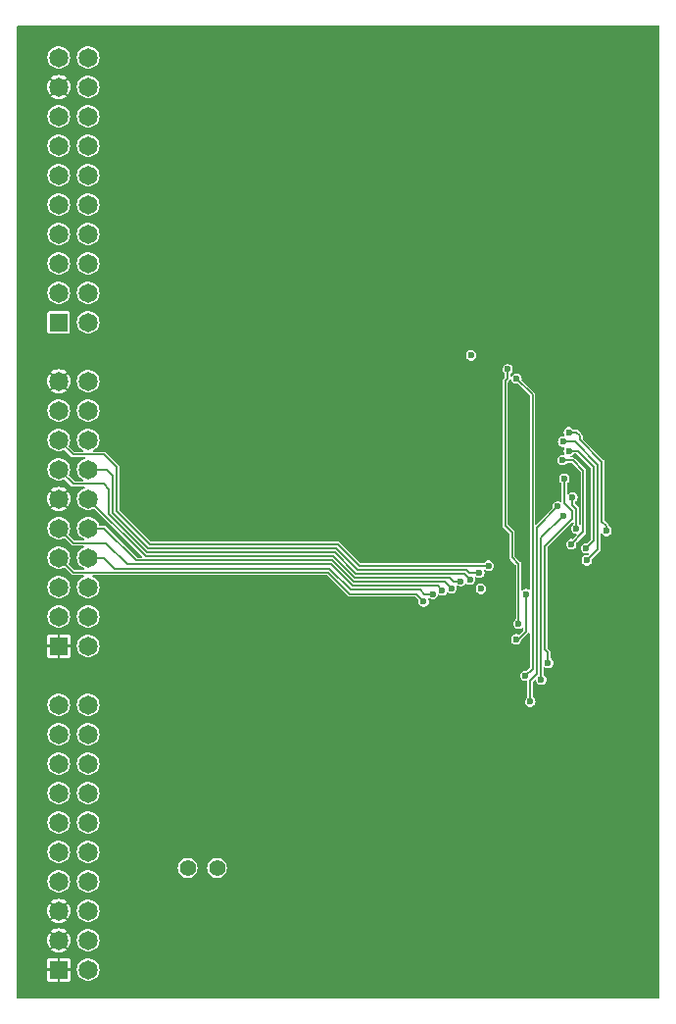
<source format=gbl>
%TF.GenerationSoftware,KiCad,Pcbnew,8.0.3-8.0.3-0~ubuntu22.04.1*%
%TF.CreationDate,2024-06-07T23:15:48+01:00*%
%TF.ProjectId,0002-65C816S-minimal,30303032-2d36-4354-9338-3136532d6d69,A*%
%TF.SameCoordinates,Original*%
%TF.FileFunction,Copper,L4,Bot*%
%TF.FilePolarity,Positive*%
%FSLAX46Y46*%
G04 Gerber Fmt 4.6, Leading zero omitted, Abs format (unit mm)*
G04 Created by KiCad (PCBNEW 8.0.3-8.0.3-0~ubuntu22.04.1) date 2024-06-07 23:15:48*
%MOMM*%
%LPD*%
G01*
G04 APERTURE LIST*
%TA.AperFunction,ComponentPad*%
%ADD10R,1.650000X1.650000*%
%TD*%
%TA.AperFunction,ComponentPad*%
%ADD11C,1.650000*%
%TD*%
%TA.AperFunction,ViaPad*%
%ADD12C,0.600000*%
%TD*%
%TA.AperFunction,ViaPad*%
%ADD13C,1.400000*%
%TD*%
%TA.AperFunction,Conductor*%
%ADD14C,0.150000*%
%TD*%
G04 APERTURE END LIST*
D10*
%TO.P,PL2,1,1*%
%TO.N,/GND*%
X124460000Y-116840000D03*
D11*
%TO.P,PL2,2,2*%
%TO.N,/MX*%
X127000000Y-116840000D03*
%TO.P,PL2,3,3*%
%TO.N,/E*%
X124460000Y-114300000D03*
%TO.P,PL2,4,4*%
%TO.N,/VDA*%
X127000000Y-114300000D03*
%TO.P,PL2,5,5*%
%TO.N,/VPA*%
X124460000Y-111760000D03*
%TO.P,PL2,6,6*%
%TO.N,/RnW*%
X127000000Y-111760000D03*
%TO.P,PL2,7,7*%
%TO.N,/D7*%
X124460000Y-109220000D03*
%TO.P,PL2,8,8*%
%TO.N,/D6*%
X127000000Y-109220000D03*
%TO.P,PL2,9,9*%
%TO.N,/D5*%
X124460000Y-106680000D03*
%TO.P,PL2,10,10*%
%TO.N,/D4*%
X127000000Y-106680000D03*
%TO.P,PL2,11,11*%
%TO.N,/GND*%
X124460000Y-104140000D03*
%TO.P,PL2,12,12*%
%TO.N,/D3*%
X127000000Y-104140000D03*
%TO.P,PL2,13,13*%
%TO.N,/D2*%
X124460000Y-101600000D03*
%TO.P,PL2,14,14*%
%TO.N,/D1*%
X127000000Y-101600000D03*
%TO.P,PL2,15,15*%
%TO.N,/D0*%
X124460000Y-99060000D03*
%TO.P,PL2,16,16*%
%TO.N,/A15*%
X127000000Y-99060000D03*
%TO.P,PL2,17,17*%
%TO.N,/A14*%
X124460000Y-96520000D03*
%TO.P,PL2,18,18*%
%TO.N,/A13*%
X127000000Y-96520000D03*
%TO.P,PL2,19,19*%
%TO.N,/GND*%
X124460000Y-93980000D03*
%TO.P,PL2,20,20*%
%TO.N,/A12*%
X127000000Y-93980000D03*
%TD*%
D10*
%TO.P,PL1,1,1*%
%TO.N,/A11*%
X124460000Y-88900000D03*
D11*
%TO.P,PL1,2,2*%
%TO.N,/A10*%
X127000000Y-88900000D03*
%TO.P,PL1,3,3*%
%TO.N,/A9*%
X124460000Y-86360000D03*
%TO.P,PL1,4,4*%
%TO.N,/A8*%
X127000000Y-86360000D03*
%TO.P,PL1,5,5*%
%TO.N,/A7*%
X124460000Y-83820000D03*
%TO.P,PL1,6,6*%
%TO.N,/A6*%
X127000000Y-83820000D03*
%TO.P,PL1,7,7*%
%TO.N,/A5*%
X124460000Y-81280000D03*
%TO.P,PL1,8,8*%
%TO.N,/A4*%
X127000000Y-81280000D03*
%TO.P,PL1,9,9*%
%TO.N,/A3*%
X124460000Y-78740000D03*
%TO.P,PL1,10,10*%
%TO.N,/A2*%
X127000000Y-78740000D03*
%TO.P,PL1,11,11*%
%TO.N,/A1*%
X124460000Y-76200000D03*
%TO.P,PL1,12,12*%
%TO.N,/A0*%
X127000000Y-76200000D03*
%TO.P,PL1,13,13*%
%TO.N,unconnected-(PL1-Pad13)*%
X124460000Y-73660000D03*
%TO.P,PL1,14,14*%
%TO.N,unconnected-(PL1-Pad14)*%
X127000000Y-73660000D03*
%TO.P,PL1,15,15*%
%TO.N,unconnected-(PL1-Pad15)*%
X124460000Y-71120000D03*
%TO.P,PL1,16,16*%
%TO.N,unconnected-(PL1-Pad16)*%
X127000000Y-71120000D03*
%TO.P,PL1,17,17*%
%TO.N,/GND*%
X124460000Y-68580000D03*
%TO.P,PL1,18,18*%
%TO.N,unconnected-(PL1-Pad18)*%
X127000000Y-68580000D03*
%TO.P,PL1,19,19*%
%TO.N,/VDD*%
X124460000Y-66040000D03*
%TO.P,PL1,20,20*%
X127000000Y-66040000D03*
%TD*%
D10*
%TO.P,PL3,1,1*%
%TO.N,/GND*%
X124460000Y-144780000D03*
D11*
%TO.P,PL3,2,2*%
%TO.N,/5V0*%
X127000000Y-144780000D03*
%TO.P,PL3,3,3*%
%TO.N,/GND*%
X124460000Y-142240000D03*
%TO.P,PL3,4,4*%
%TO.N,/5V0*%
X127000000Y-142240000D03*
%TO.P,PL3,5,5*%
%TO.N,/GND*%
X124460000Y-139700000D03*
%TO.P,PL3,6,6*%
%TO.N,/5V0*%
X127000000Y-139700000D03*
%TO.P,PL3,7,7*%
%TO.N,unconnected-(PL3-Pad7)*%
X124460000Y-137160000D03*
%TO.P,PL3,8,8*%
%TO.N,unconnected-(PL3-Pad8)*%
X127000000Y-137160000D03*
%TO.P,PL3,9,9*%
%TO.N,unconnected-(PL3-Pad9)*%
X124460000Y-134620000D03*
%TO.P,PL3,10,10*%
%TO.N,/S3A-UART-RX*%
X127000000Y-134620000D03*
%TO.P,PL3,11,11*%
%TO.N,/S3A-UART-TX*%
X124460000Y-132080000D03*
%TO.P,PL3,12,12*%
%TO.N,/SYSCLK*%
X127000000Y-132080000D03*
%TO.P,PL3,13,13*%
%TO.N,/BE*%
X124460000Y-129540000D03*
%TO.P,PL3,14,14*%
%TO.N,/nRESET*%
X127000000Y-129540000D03*
%TO.P,PL3,15,15*%
%TO.N,/nABORT*%
X124460000Y-127000000D03*
%TO.P,PL3,16,16*%
%TO.N,/nNMI*%
X127000000Y-127000000D03*
%TO.P,PL3,17,17*%
%TO.N,/nIRQ*%
X124460000Y-124460000D03*
%TO.P,PL3,18,18*%
%TO.N,/RDY*%
X127000000Y-124460000D03*
%TO.P,PL3,19,19*%
%TO.N,/nML*%
X124460000Y-121920000D03*
%TO.P,PL3,20,20*%
%TO.N,/nVP*%
X127000000Y-121920000D03*
%TD*%
D12*
%TO.N,/VDD*%
X160100000Y-91750000D03*
X160950000Y-111900000D03*
%TO.N,/GND*%
X138950000Y-131100000D03*
X167400000Y-117400000D03*
X142700000Y-85350000D03*
X168300000Y-113050000D03*
X129700000Y-123350000D03*
X129100000Y-130400000D03*
X162600000Y-113800000D03*
X147350000Y-111600000D03*
X170750000Y-99300000D03*
X164650000Y-106250000D03*
X164700000Y-101600000D03*
X163900000Y-90000000D03*
X149500000Y-95000000D03*
X129150000Y-99900000D03*
D13*
X140680000Y-136000000D03*
D12*
X148300000Y-90700000D03*
X154350000Y-130950000D03*
X165900000Y-121050000D03*
X162450000Y-109900000D03*
X131750000Y-84350000D03*
X148500000Y-106050000D03*
X130600000Y-118400000D03*
X147750000Y-123800000D03*
X161750000Y-93200000D03*
X154000000Y-113150000D03*
X155400000Y-106200000D03*
X169150000Y-102450000D03*
X154500000Y-108850000D03*
X129900000Y-77800000D03*
X155250000Y-96850000D03*
X147350000Y-115050000D03*
X133050000Y-135050000D03*
X152350000Y-101550000D03*
X162350000Y-125950000D03*
X162750000Y-88700000D03*
X159250000Y-115700000D03*
X160020000Y-101600000D03*
X166350000Y-95650000D03*
X147050000Y-118500000D03*
X160000000Y-90050000D03*
X131450000Y-124650000D03*
X164550000Y-121050000D03*
X130800000Y-114900000D03*
X129050000Y-91350000D03*
X167550000Y-101600000D03*
X171750000Y-107850000D03*
X144150000Y-96850000D03*
X160750000Y-112800000D03*
X164700000Y-96900000D03*
X152350000Y-102400000D03*
X131450000Y-106100000D03*
X129900000Y-111450000D03*
X132950000Y-138350000D03*
X129350000Y-97100000D03*
X155000000Y-133050000D03*
X140100000Y-90950000D03*
X161200000Y-88750000D03*
%TO.N,/D2*%
X160000000Y-111100000D03*
%TO.N,/D1*%
X160800000Y-110500000D03*
%TO.N,/D5*%
X157600000Y-112050000D03*
%TO.N,/VPA*%
X164200000Y-114900000D03*
X163250000Y-92950000D03*
%TO.N,/D7*%
X156000000Y-113000000D03*
%TO.N,/D0*%
X161600000Y-109900000D03*
%TO.N,/E*%
X164850000Y-112350000D03*
X164000000Y-116250000D03*
%TO.N,/D6*%
X156800000Y-112350000D03*
%TO.N,/D4*%
X158400000Y-111850000D03*
%TO.N,/D3*%
X159200000Y-111250000D03*
%TO.N,/MX*%
X168850000Y-104000000D03*
X169200000Y-106700000D03*
%TO.N,/nABORT*%
X168050000Y-99200000D03*
X170100000Y-109450000D03*
D13*
%TO.N,/S3A-UART-RX*%
X138140000Y-136000000D03*
D12*
%TO.N,/nVP*%
X168000000Y-100800000D03*
X168750000Y-108050000D03*
%TO.N,/RDY*%
X168550000Y-100000000D03*
X170050000Y-108400000D03*
%TO.N,/BE*%
X166150000Y-119750000D03*
X168050000Y-105600000D03*
%TO.N,/nRESET*%
X168150000Y-102400000D03*
X166750000Y-118300000D03*
%TO.N,/nNMI*%
X164800000Y-119400000D03*
X164020000Y-93770000D03*
%TO.N,/SYSCLK*%
X165200000Y-121650000D03*
X167600000Y-104800000D03*
%TO.N,/nIRQ*%
X168550000Y-98400000D03*
X171800000Y-106900000D03*
D13*
%TO.N,/S3A-UART-TX*%
X135600000Y-136000000D03*
%TD*%
D14*
%TO.N,/D2*%
X128800000Y-103300000D02*
X128800000Y-105450000D01*
X159500000Y-110600000D02*
X160000000Y-111100000D01*
X128800000Y-105450000D02*
X132100000Y-108750000D01*
X124460000Y-101600000D02*
X125710000Y-102850000D01*
X148300000Y-108750000D02*
X150150000Y-110600000D01*
X132100000Y-108750000D02*
X148300000Y-108750000D01*
X150150000Y-110600000D02*
X159500000Y-110600000D01*
X125710000Y-102850000D02*
X128350000Y-102850000D01*
X128350000Y-102850000D02*
X128800000Y-103300000D01*
%TO.N,/D1*%
X159900000Y-110500000D02*
X159650000Y-110250000D01*
X150300000Y-110250000D02*
X148450000Y-108400000D01*
X129150000Y-102100000D02*
X128650000Y-101600000D01*
X132200000Y-108400000D02*
X129150000Y-105350000D01*
X160800000Y-110500000D02*
X159900000Y-110500000D01*
X128650000Y-101600000D02*
X127000000Y-101600000D01*
X129150000Y-105350000D02*
X129150000Y-102100000D01*
X148450000Y-108400000D02*
X132200000Y-108400000D01*
X159650000Y-110250000D02*
X150300000Y-110250000D01*
%TO.N,/D5*%
X157200000Y-111650000D02*
X157600000Y-112050000D01*
X128550000Y-107950000D02*
X130400000Y-109800000D01*
X124460000Y-106680000D02*
X125730000Y-107950000D01*
X130400000Y-109800000D02*
X148000000Y-109800000D01*
X149850000Y-111650000D02*
X157200000Y-111650000D01*
X148000000Y-109800000D02*
X149850000Y-111650000D01*
X125730000Y-107950000D02*
X128550000Y-107950000D01*
%TO.N,/VPA*%
X163050000Y-106450000D02*
X163050000Y-93950000D01*
X164200000Y-114900000D02*
X164200000Y-109750000D01*
X163650000Y-109200000D02*
X163650000Y-107050000D01*
X163650000Y-107050000D02*
X163050000Y-106450000D01*
X164200000Y-109750000D02*
X163650000Y-109200000D01*
X163250000Y-93750000D02*
X163250000Y-92950000D01*
X163050000Y-93950000D02*
X163250000Y-93750000D01*
%TO.N,/D7*%
X125740000Y-110500000D02*
X124460000Y-109220000D01*
X149600000Y-112350000D02*
X147750000Y-110500000D01*
X147750000Y-110500000D02*
X125740000Y-110500000D01*
X156000000Y-113000000D02*
X155350000Y-112350000D01*
X155350000Y-112350000D02*
X149600000Y-112350000D01*
%TO.N,/D0*%
X125700000Y-100300000D02*
X128400000Y-100300000D01*
X129500000Y-105200000D02*
X132350000Y-108050000D01*
X132350000Y-108050000D02*
X148600000Y-108050000D01*
X150450000Y-109900000D02*
X161600000Y-109900000D01*
X124460000Y-99060000D02*
X125700000Y-100300000D01*
X129500000Y-101400000D02*
X129500000Y-105200000D01*
X128400000Y-100300000D02*
X129500000Y-101400000D01*
X148600000Y-108050000D02*
X150450000Y-109900000D01*
%TO.N,/E*%
X164850000Y-115600000D02*
X164850000Y-112350000D01*
X164000000Y-116250000D02*
X164200000Y-116250000D01*
X164200000Y-116250000D02*
X164850000Y-115600000D01*
%TO.N,/D6*%
X155700000Y-112000000D02*
X156050000Y-112350000D01*
X127000000Y-109220000D02*
X128320000Y-109220000D01*
X129250000Y-110150000D02*
X147850000Y-110150000D01*
X128320000Y-109220000D02*
X129250000Y-110150000D01*
X156050000Y-112350000D02*
X156800000Y-112350000D01*
X149700000Y-112000000D02*
X155700000Y-112000000D01*
X147850000Y-110150000D02*
X149700000Y-112000000D01*
%TO.N,/D4*%
X148100000Y-109450000D02*
X149950000Y-111300000D01*
X128380000Y-106680000D02*
X131150000Y-109450000D01*
X127000000Y-106680000D02*
X128380000Y-106680000D01*
X158400000Y-111850000D02*
X157850000Y-111300000D01*
X131150000Y-109450000D02*
X148100000Y-109450000D01*
X149950000Y-111300000D02*
X157850000Y-111300000D01*
%TO.N,/D3*%
X148200000Y-109100000D02*
X131960000Y-109100000D01*
X158250000Y-110950000D02*
X158550000Y-111250000D01*
X159200000Y-111250000D02*
X158550000Y-111250000D01*
X131960000Y-109100000D02*
X127000000Y-104140000D01*
X150050000Y-110950000D02*
X148200000Y-109100000D01*
X150050000Y-110950000D02*
X158250000Y-110950000D01*
%TO.N,/MX*%
X168850000Y-104650000D02*
X168850000Y-104000000D01*
X169200000Y-105000000D02*
X168850000Y-104650000D01*
X169200000Y-106700000D02*
X169200000Y-105000000D01*
%TO.N,/nABORT*%
X169050000Y-99200000D02*
X168050000Y-99200000D01*
X171050000Y-101200000D02*
X169050000Y-99200000D01*
X171050000Y-108500000D02*
X171050000Y-101200000D01*
X170100000Y-109450000D02*
X171050000Y-108500000D01*
%TO.N,/nVP*%
X168750000Y-108050000D02*
X169800000Y-107000000D01*
X169800000Y-107000000D02*
X169800000Y-101700000D01*
X168900000Y-100800000D02*
X168000000Y-100800000D01*
X169800000Y-101700000D02*
X168900000Y-100800000D01*
%TO.N,/RDY*%
X169300000Y-100000000D02*
X168550000Y-100000000D01*
X170700000Y-101400000D02*
X169300000Y-100000000D01*
X170700000Y-107750000D02*
X170700000Y-101400000D01*
X170050000Y-108400000D02*
X170700000Y-107750000D01*
%TO.N,/BE*%
X166150000Y-107500000D02*
X168050000Y-105600000D01*
X166150000Y-119750000D02*
X166150000Y-107500000D01*
%TO.N,/nRESET*%
X168800000Y-105150000D02*
X168150000Y-104500000D01*
X166750000Y-117400000D02*
X166500000Y-117150000D01*
X168150000Y-104500000D02*
X168150000Y-102400000D01*
X166750000Y-118300000D02*
X166750000Y-117400000D01*
X166500000Y-108200000D02*
X168800000Y-105900000D01*
X166500000Y-117150000D02*
X166500000Y-108200000D01*
X168800000Y-105900000D02*
X168800000Y-105150000D01*
%TO.N,/nNMI*%
X165400000Y-95150000D02*
X164020000Y-93770000D01*
X165400000Y-118800000D02*
X165400000Y-95150000D01*
X164800000Y-119400000D02*
X165400000Y-118800000D01*
%TO.N,/SYSCLK*%
X165200000Y-119825000D02*
X165750000Y-119275000D01*
X165200000Y-121650000D02*
X165200000Y-119825000D01*
X165750000Y-119275000D02*
X165750000Y-106650000D01*
X165750000Y-106650000D02*
X167600000Y-104800000D01*
%TO.N,/nIRQ*%
X171400000Y-106100000D02*
X171400000Y-100950000D01*
X171800000Y-106500000D02*
X171400000Y-106100000D01*
X169200000Y-98400000D02*
X168550000Y-98400000D01*
X169500000Y-98700000D02*
X169200000Y-98400000D01*
X171400000Y-100950000D02*
X169500000Y-99050000D01*
X169500000Y-99050000D02*
X169500000Y-98700000D01*
X171800000Y-106900000D02*
X171800000Y-106500000D01*
%TD*%
%TA.AperFunction,Conductor*%
%TO.N,/GND*%
G36*
X163577997Y-93877496D02*
G01*
X163582879Y-93895284D01*
X163583301Y-93898221D01*
X163583302Y-93898225D01*
X163583303Y-93898226D01*
X163637118Y-94016063D01*
X163721951Y-94113967D01*
X163830931Y-94184004D01*
X163955228Y-94220500D01*
X164084771Y-94220500D01*
X164084772Y-94220500D01*
X164094296Y-94217703D01*
X164150608Y-94223754D01*
X164167473Y-94236378D01*
X165152826Y-95221731D01*
X165174500Y-95274057D01*
X165174500Y-111887511D01*
X165152826Y-111939837D01*
X165100500Y-111961511D01*
X165060493Y-111949764D01*
X165039068Y-111935995D01*
X164914772Y-111899500D01*
X164785228Y-111899500D01*
X164660931Y-111935995D01*
X164551950Y-112006033D01*
X164547959Y-112009492D01*
X164494220Y-112027377D01*
X164443574Y-112002025D01*
X164425500Y-111953566D01*
X164425500Y-109705145D01*
X164425499Y-109705143D01*
X164421738Y-109696064D01*
X164391170Y-109622264D01*
X164327736Y-109558830D01*
X164327735Y-109558829D01*
X163897174Y-109128268D01*
X163875500Y-109075942D01*
X163875500Y-107005145D01*
X163875499Y-107005143D01*
X163841171Y-106922266D01*
X163841169Y-106922263D01*
X163773521Y-106854615D01*
X163773514Y-106854609D01*
X163297174Y-106378269D01*
X163275500Y-106325943D01*
X163275500Y-94074056D01*
X163297173Y-94021731D01*
X163367327Y-93951576D01*
X163367330Y-93951575D01*
X163377735Y-93941170D01*
X163377736Y-93941170D01*
X163441170Y-93877736D01*
X163441264Y-93877507D01*
X163441438Y-93877333D01*
X163445218Y-93871677D01*
X163446342Y-93872428D01*
X163481308Y-93837457D01*
X163537945Y-93837451D01*
X163577997Y-93877496D01*
G37*
%TD.AperFunction*%
%TA.AperFunction,Conductor*%
G36*
X176327826Y-63272174D02*
G01*
X176349500Y-63324500D01*
X176349500Y-147215500D01*
X176327826Y-147267826D01*
X176275500Y-147289500D01*
X120924500Y-147289500D01*
X120872174Y-147267826D01*
X120850500Y-147215500D01*
X120850500Y-143935302D01*
X123435000Y-143935302D01*
X123435000Y-144680000D01*
X123917393Y-144680000D01*
X123910000Y-144707591D01*
X123910000Y-144852409D01*
X123917393Y-144880000D01*
X123435000Y-144880000D01*
X123435000Y-145624697D01*
X123446603Y-145683035D01*
X123490807Y-145749191D01*
X123490808Y-145749192D01*
X123556964Y-145793396D01*
X123615303Y-145805000D01*
X124360000Y-145805000D01*
X124360000Y-145322606D01*
X124387591Y-145330000D01*
X124532409Y-145330000D01*
X124560000Y-145322606D01*
X124560000Y-145805000D01*
X125304697Y-145805000D01*
X125363035Y-145793396D01*
X125429191Y-145749192D01*
X125429192Y-145749191D01*
X125473396Y-145683035D01*
X125485000Y-145624697D01*
X125485000Y-144880000D01*
X125002607Y-144880000D01*
X125010000Y-144852409D01*
X125010000Y-144780000D01*
X126019780Y-144780000D01*
X126038615Y-144971231D01*
X126094395Y-145155114D01*
X126184977Y-145324581D01*
X126306880Y-145473120D01*
X126455419Y-145595023D01*
X126624886Y-145685605D01*
X126808769Y-145741385D01*
X127000000Y-145760220D01*
X127191231Y-145741385D01*
X127375114Y-145685605D01*
X127544581Y-145595023D01*
X127693120Y-145473120D01*
X127815023Y-145324581D01*
X127905605Y-145155114D01*
X127961385Y-144971231D01*
X127980220Y-144780000D01*
X127961385Y-144588769D01*
X127905605Y-144404886D01*
X127815023Y-144235419D01*
X127693120Y-144086880D01*
X127544581Y-143964977D01*
X127375114Y-143874395D01*
X127271300Y-143842903D01*
X127191232Y-143818615D01*
X127000000Y-143799780D01*
X126808767Y-143818615D01*
X126624883Y-143874396D01*
X126510937Y-143935302D01*
X126455419Y-143964977D01*
X126455416Y-143964978D01*
X126455412Y-143964982D01*
X126306880Y-144086880D01*
X126184982Y-144235412D01*
X126184976Y-144235421D01*
X126094396Y-144404883D01*
X126038615Y-144588767D01*
X126038615Y-144588769D01*
X126019780Y-144780000D01*
X125010000Y-144780000D01*
X125010000Y-144707591D01*
X125002607Y-144680000D01*
X125485000Y-144680000D01*
X125485000Y-143935302D01*
X125473396Y-143876964D01*
X125429192Y-143810808D01*
X125429191Y-143810807D01*
X125363035Y-143766603D01*
X125304697Y-143755000D01*
X124560000Y-143755000D01*
X124560000Y-144237393D01*
X124532409Y-144230000D01*
X124387591Y-144230000D01*
X124360000Y-144237393D01*
X124360000Y-143755000D01*
X123615303Y-143755000D01*
X123556964Y-143766603D01*
X123490808Y-143810807D01*
X123490807Y-143810808D01*
X123446603Y-143876964D01*
X123435000Y-143935302D01*
X120850500Y-143935302D01*
X120850500Y-142240000D01*
X123430040Y-142240000D01*
X123449830Y-142440936D01*
X123508442Y-142634150D01*
X123603620Y-142812215D01*
X123667961Y-142890615D01*
X124005607Y-142552968D01*
X124019890Y-142577708D01*
X124122292Y-142680110D01*
X124147029Y-142694391D01*
X123809383Y-143032038D01*
X123887784Y-143096379D01*
X124065849Y-143191557D01*
X124259063Y-143250169D01*
X124460000Y-143269959D01*
X124660936Y-143250169D01*
X124854150Y-143191557D01*
X125032215Y-143096379D01*
X125110615Y-143032038D01*
X124772970Y-142694392D01*
X124797708Y-142680110D01*
X124900110Y-142577708D01*
X124914392Y-142552969D01*
X125252038Y-142890615D01*
X125316379Y-142812215D01*
X125411557Y-142634150D01*
X125470169Y-142440936D01*
X125489959Y-142240000D01*
X126019780Y-142240000D01*
X126038615Y-142431231D01*
X126094395Y-142615114D01*
X126184977Y-142784581D01*
X126306880Y-142933120D01*
X126455419Y-143055023D01*
X126624886Y-143145605D01*
X126808769Y-143201385D01*
X127000000Y-143220220D01*
X127191231Y-143201385D01*
X127375114Y-143145605D01*
X127544581Y-143055023D01*
X127693120Y-142933120D01*
X127815023Y-142784581D01*
X127905605Y-142615114D01*
X127961385Y-142431231D01*
X127980220Y-142240000D01*
X127961385Y-142048769D01*
X127905605Y-141864886D01*
X127815023Y-141695419D01*
X127693120Y-141546880D01*
X127544581Y-141424977D01*
X127375114Y-141334395D01*
X127271300Y-141302903D01*
X127191232Y-141278615D01*
X127000000Y-141259780D01*
X126808767Y-141278615D01*
X126624883Y-141334396D01*
X126472812Y-141415680D01*
X126455419Y-141424977D01*
X126455416Y-141424978D01*
X126455412Y-141424982D01*
X126306880Y-141546880D01*
X126184982Y-141695412D01*
X126184976Y-141695421D01*
X126094396Y-141864883D01*
X126038615Y-142048767D01*
X126038615Y-142048769D01*
X126019780Y-142240000D01*
X125489959Y-142240000D01*
X125470169Y-142039063D01*
X125411557Y-141845849D01*
X125316379Y-141667784D01*
X125252038Y-141589383D01*
X124914391Y-141927028D01*
X124900110Y-141902292D01*
X124797708Y-141799890D01*
X124772968Y-141785607D01*
X125110615Y-141447961D01*
X125032215Y-141383620D01*
X124854150Y-141288442D01*
X124660936Y-141229830D01*
X124460000Y-141210040D01*
X124259063Y-141229830D01*
X124065849Y-141288442D01*
X123887785Y-141383620D01*
X123809383Y-141447961D01*
X124147029Y-141785607D01*
X124122292Y-141799890D01*
X124019890Y-141902292D01*
X124005607Y-141927029D01*
X123667961Y-141589383D01*
X123603620Y-141667785D01*
X123508442Y-141845849D01*
X123449830Y-142039063D01*
X123430040Y-142240000D01*
X120850500Y-142240000D01*
X120850500Y-139700000D01*
X123430040Y-139700000D01*
X123449830Y-139900936D01*
X123508442Y-140094150D01*
X123603620Y-140272215D01*
X123667961Y-140350615D01*
X124005607Y-140012968D01*
X124019890Y-140037708D01*
X124122292Y-140140110D01*
X124147029Y-140154391D01*
X123809383Y-140492038D01*
X123887784Y-140556379D01*
X124065849Y-140651557D01*
X124259063Y-140710169D01*
X124460000Y-140729959D01*
X124660936Y-140710169D01*
X124854150Y-140651557D01*
X125032215Y-140556379D01*
X125110615Y-140492038D01*
X124772970Y-140154392D01*
X124797708Y-140140110D01*
X124900110Y-140037708D01*
X124914392Y-140012969D01*
X125252038Y-140350615D01*
X125316379Y-140272215D01*
X125411557Y-140094150D01*
X125470169Y-139900936D01*
X125489959Y-139700000D01*
X126019780Y-139700000D01*
X126038615Y-139891231D01*
X126094395Y-140075114D01*
X126184977Y-140244581D01*
X126306880Y-140393120D01*
X126455419Y-140515023D01*
X126624886Y-140605605D01*
X126808769Y-140661385D01*
X127000000Y-140680220D01*
X127191231Y-140661385D01*
X127375114Y-140605605D01*
X127544581Y-140515023D01*
X127693120Y-140393120D01*
X127815023Y-140244581D01*
X127905605Y-140075114D01*
X127961385Y-139891231D01*
X127980220Y-139700000D01*
X127961385Y-139508769D01*
X127905605Y-139324886D01*
X127815023Y-139155419D01*
X127693120Y-139006880D01*
X127544581Y-138884977D01*
X127375114Y-138794395D01*
X127271300Y-138762903D01*
X127191232Y-138738615D01*
X127000000Y-138719780D01*
X126808767Y-138738615D01*
X126624883Y-138794396D01*
X126472812Y-138875680D01*
X126455419Y-138884977D01*
X126455416Y-138884978D01*
X126455412Y-138884982D01*
X126306880Y-139006880D01*
X126184982Y-139155412D01*
X126184976Y-139155421D01*
X126094396Y-139324883D01*
X126038615Y-139508767D01*
X126038615Y-139508769D01*
X126019780Y-139700000D01*
X125489959Y-139700000D01*
X125470169Y-139499063D01*
X125411557Y-139305849D01*
X125316379Y-139127784D01*
X125252038Y-139049383D01*
X124914391Y-139387028D01*
X124900110Y-139362292D01*
X124797708Y-139259890D01*
X124772968Y-139245607D01*
X125110615Y-138907961D01*
X125032215Y-138843620D01*
X124854150Y-138748442D01*
X124660936Y-138689830D01*
X124460000Y-138670040D01*
X124259063Y-138689830D01*
X124065849Y-138748442D01*
X123887785Y-138843620D01*
X123809383Y-138907961D01*
X124147029Y-139245607D01*
X124122292Y-139259890D01*
X124019890Y-139362292D01*
X124005607Y-139387029D01*
X123667961Y-139049383D01*
X123603620Y-139127785D01*
X123508442Y-139305849D01*
X123449830Y-139499063D01*
X123430040Y-139700000D01*
X120850500Y-139700000D01*
X120850500Y-137160000D01*
X123479780Y-137160000D01*
X123498615Y-137351231D01*
X123554395Y-137535114D01*
X123644977Y-137704581D01*
X123766880Y-137853120D01*
X123915419Y-137975023D01*
X124084886Y-138065605D01*
X124268769Y-138121385D01*
X124460000Y-138140220D01*
X124651231Y-138121385D01*
X124835114Y-138065605D01*
X125004581Y-137975023D01*
X125153120Y-137853120D01*
X125275023Y-137704581D01*
X125365605Y-137535114D01*
X125421385Y-137351231D01*
X125440220Y-137160000D01*
X126019780Y-137160000D01*
X126038615Y-137351231D01*
X126094395Y-137535114D01*
X126184977Y-137704581D01*
X126306880Y-137853120D01*
X126455419Y-137975023D01*
X126624886Y-138065605D01*
X126808769Y-138121385D01*
X127000000Y-138140220D01*
X127191231Y-138121385D01*
X127375114Y-138065605D01*
X127544581Y-137975023D01*
X127693120Y-137853120D01*
X127815023Y-137704581D01*
X127905605Y-137535114D01*
X127961385Y-137351231D01*
X127980220Y-137160000D01*
X127961385Y-136968769D01*
X127905605Y-136784886D01*
X127815023Y-136615419D01*
X127693120Y-136466880D01*
X127544581Y-136344977D01*
X127375114Y-136254395D01*
X127271300Y-136222903D01*
X127191232Y-136198615D01*
X127000000Y-136179780D01*
X126808767Y-136198615D01*
X126624883Y-136254396D01*
X126472812Y-136335680D01*
X126455419Y-136344977D01*
X126455416Y-136344978D01*
X126455412Y-136344982D01*
X126306880Y-136466880D01*
X126184982Y-136615412D01*
X126184976Y-136615421D01*
X126094396Y-136784883D01*
X126038615Y-136968767D01*
X126038615Y-136968769D01*
X126019780Y-137160000D01*
X125440220Y-137160000D01*
X125421385Y-136968769D01*
X125365605Y-136784886D01*
X125275023Y-136615419D01*
X125153120Y-136466880D01*
X125004581Y-136344977D01*
X124835114Y-136254395D01*
X124731300Y-136222903D01*
X124651232Y-136198615D01*
X124460000Y-136179780D01*
X124268767Y-136198615D01*
X124084883Y-136254396D01*
X123932812Y-136335680D01*
X123915419Y-136344977D01*
X123915416Y-136344978D01*
X123915412Y-136344982D01*
X123766880Y-136466880D01*
X123644982Y-136615412D01*
X123644976Y-136615421D01*
X123554396Y-136784883D01*
X123498615Y-136968767D01*
X123498615Y-136968769D01*
X123479780Y-137160000D01*
X120850500Y-137160000D01*
X120850500Y-136000000D01*
X134744815Y-136000000D01*
X134763504Y-136177808D01*
X134818748Y-136347831D01*
X134908138Y-136502662D01*
X134908141Y-136502665D01*
X135027772Y-136635528D01*
X135172400Y-136740608D01*
X135172407Y-136740612D01*
X135335733Y-136813329D01*
X135510609Y-136850500D01*
X135510610Y-136850500D01*
X135689390Y-136850500D01*
X135689391Y-136850500D01*
X135864267Y-136813329D01*
X136027593Y-136740612D01*
X136172230Y-136635526D01*
X136291859Y-136502665D01*
X136381250Y-136347835D01*
X136436497Y-136177803D01*
X136455185Y-136000000D01*
X137284815Y-136000000D01*
X137303504Y-136177808D01*
X137358748Y-136347831D01*
X137448138Y-136502662D01*
X137448141Y-136502665D01*
X137567772Y-136635528D01*
X137712400Y-136740608D01*
X137712407Y-136740612D01*
X137875733Y-136813329D01*
X138050609Y-136850500D01*
X138050610Y-136850500D01*
X138229390Y-136850500D01*
X138229391Y-136850500D01*
X138404267Y-136813329D01*
X138567593Y-136740612D01*
X138712230Y-136635526D01*
X138831859Y-136502665D01*
X138921250Y-136347835D01*
X138976497Y-136177803D01*
X138995185Y-136000000D01*
X138976497Y-135822197D01*
X138921250Y-135652165D01*
X138848180Y-135525603D01*
X138831861Y-135497337D01*
X138831858Y-135497334D01*
X138712227Y-135364471D01*
X138567599Y-135259391D01*
X138567592Y-135259387D01*
X138404268Y-135186671D01*
X138404266Y-135186670D01*
X138266561Y-135157400D01*
X138229391Y-135149500D01*
X138050609Y-135149500D01*
X138019954Y-135156015D01*
X137875733Y-135186670D01*
X137875731Y-135186671D01*
X137712408Y-135259387D01*
X137712401Y-135259391D01*
X137567772Y-135364471D01*
X137448141Y-135497334D01*
X137448138Y-135497337D01*
X137358748Y-135652168D01*
X137303504Y-135822191D01*
X137284815Y-136000000D01*
X136455185Y-136000000D01*
X136436497Y-135822197D01*
X136381250Y-135652165D01*
X136308180Y-135525603D01*
X136291861Y-135497337D01*
X136291858Y-135497334D01*
X136172227Y-135364471D01*
X136027599Y-135259391D01*
X136027592Y-135259387D01*
X135864268Y-135186671D01*
X135864266Y-135186670D01*
X135726561Y-135157400D01*
X135689391Y-135149500D01*
X135510609Y-135149500D01*
X135479954Y-135156015D01*
X135335733Y-135186670D01*
X135335731Y-135186671D01*
X135172408Y-135259387D01*
X135172401Y-135259391D01*
X135027772Y-135364471D01*
X134908141Y-135497334D01*
X134908138Y-135497337D01*
X134818748Y-135652168D01*
X134763504Y-135822191D01*
X134744815Y-136000000D01*
X120850500Y-136000000D01*
X120850500Y-134620000D01*
X123479780Y-134620000D01*
X123498615Y-134811231D01*
X123554395Y-134995114D01*
X123644977Y-135164581D01*
X123766880Y-135313120D01*
X123915419Y-135435023D01*
X124084886Y-135525605D01*
X124268769Y-135581385D01*
X124460000Y-135600220D01*
X124651231Y-135581385D01*
X124835114Y-135525605D01*
X125004581Y-135435023D01*
X125153120Y-135313120D01*
X125275023Y-135164581D01*
X125365605Y-134995114D01*
X125421385Y-134811231D01*
X125440220Y-134620000D01*
X126019780Y-134620000D01*
X126038615Y-134811231D01*
X126094395Y-134995114D01*
X126184977Y-135164581D01*
X126306880Y-135313120D01*
X126455419Y-135435023D01*
X126624886Y-135525605D01*
X126808769Y-135581385D01*
X127000000Y-135600220D01*
X127191231Y-135581385D01*
X127375114Y-135525605D01*
X127544581Y-135435023D01*
X127693120Y-135313120D01*
X127815023Y-135164581D01*
X127905605Y-134995114D01*
X127961385Y-134811231D01*
X127980220Y-134620000D01*
X127961385Y-134428769D01*
X127905605Y-134244886D01*
X127815023Y-134075419D01*
X127693120Y-133926880D01*
X127544581Y-133804977D01*
X127375114Y-133714395D01*
X127271300Y-133682903D01*
X127191232Y-133658615D01*
X127000000Y-133639780D01*
X126808767Y-133658615D01*
X126624883Y-133714396D01*
X126472812Y-133795680D01*
X126455419Y-133804977D01*
X126455416Y-133804978D01*
X126455412Y-133804982D01*
X126306880Y-133926880D01*
X126184982Y-134075412D01*
X126184976Y-134075421D01*
X126094396Y-134244883D01*
X126038615Y-134428767D01*
X126038615Y-134428769D01*
X126019780Y-134620000D01*
X125440220Y-134620000D01*
X125421385Y-134428769D01*
X125365605Y-134244886D01*
X125275023Y-134075419D01*
X125153120Y-133926880D01*
X125004581Y-133804977D01*
X124835114Y-133714395D01*
X124731300Y-133682903D01*
X124651232Y-133658615D01*
X124460000Y-133639780D01*
X124268767Y-133658615D01*
X124084883Y-133714396D01*
X123932812Y-133795680D01*
X123915419Y-133804977D01*
X123915416Y-133804978D01*
X123915412Y-133804982D01*
X123766880Y-133926880D01*
X123644982Y-134075412D01*
X123644976Y-134075421D01*
X123554396Y-134244883D01*
X123498615Y-134428767D01*
X123498615Y-134428769D01*
X123479780Y-134620000D01*
X120850500Y-134620000D01*
X120850500Y-132080000D01*
X123479780Y-132080000D01*
X123498615Y-132271231D01*
X123554395Y-132455114D01*
X123644977Y-132624581D01*
X123766880Y-132773120D01*
X123915419Y-132895023D01*
X124084886Y-132985605D01*
X124268769Y-133041385D01*
X124460000Y-133060220D01*
X124651231Y-133041385D01*
X124835114Y-132985605D01*
X125004581Y-132895023D01*
X125153120Y-132773120D01*
X125275023Y-132624581D01*
X125365605Y-132455114D01*
X125421385Y-132271231D01*
X125440220Y-132080000D01*
X126019780Y-132080000D01*
X126038615Y-132271231D01*
X126094395Y-132455114D01*
X126184977Y-132624581D01*
X126306880Y-132773120D01*
X126455419Y-132895023D01*
X126624886Y-132985605D01*
X126808769Y-133041385D01*
X127000000Y-133060220D01*
X127191231Y-133041385D01*
X127375114Y-132985605D01*
X127544581Y-132895023D01*
X127693120Y-132773120D01*
X127815023Y-132624581D01*
X127905605Y-132455114D01*
X127961385Y-132271231D01*
X127980220Y-132080000D01*
X127961385Y-131888769D01*
X127905605Y-131704886D01*
X127815023Y-131535419D01*
X127693120Y-131386880D01*
X127544581Y-131264977D01*
X127375114Y-131174395D01*
X127271300Y-131142903D01*
X127191232Y-131118615D01*
X127000000Y-131099780D01*
X126808767Y-131118615D01*
X126624883Y-131174396D01*
X126472812Y-131255680D01*
X126455419Y-131264977D01*
X126455416Y-131264978D01*
X126455412Y-131264982D01*
X126306880Y-131386880D01*
X126184982Y-131535412D01*
X126184976Y-131535421D01*
X126094396Y-131704883D01*
X126038615Y-131888767D01*
X126038615Y-131888769D01*
X126019780Y-132080000D01*
X125440220Y-132080000D01*
X125421385Y-131888769D01*
X125365605Y-131704886D01*
X125275023Y-131535419D01*
X125153120Y-131386880D01*
X125004581Y-131264977D01*
X124835114Y-131174395D01*
X124731300Y-131142903D01*
X124651232Y-131118615D01*
X124460000Y-131099780D01*
X124268767Y-131118615D01*
X124084883Y-131174396D01*
X123932812Y-131255680D01*
X123915419Y-131264977D01*
X123915416Y-131264978D01*
X123915412Y-131264982D01*
X123766880Y-131386880D01*
X123644982Y-131535412D01*
X123644976Y-131535421D01*
X123554396Y-131704883D01*
X123498615Y-131888767D01*
X123498615Y-131888769D01*
X123479780Y-132080000D01*
X120850500Y-132080000D01*
X120850500Y-129540000D01*
X123479780Y-129540000D01*
X123498615Y-129731231D01*
X123554395Y-129915114D01*
X123644977Y-130084581D01*
X123766880Y-130233120D01*
X123915419Y-130355023D01*
X124084886Y-130445605D01*
X124268769Y-130501385D01*
X124460000Y-130520220D01*
X124651231Y-130501385D01*
X124835114Y-130445605D01*
X125004581Y-130355023D01*
X125153120Y-130233120D01*
X125275023Y-130084581D01*
X125365605Y-129915114D01*
X125421385Y-129731231D01*
X125440220Y-129540000D01*
X126019780Y-129540000D01*
X126038615Y-129731231D01*
X126094395Y-129915114D01*
X126184977Y-130084581D01*
X126306880Y-130233120D01*
X126455419Y-130355023D01*
X126624886Y-130445605D01*
X126808769Y-130501385D01*
X127000000Y-130520220D01*
X127191231Y-130501385D01*
X127375114Y-130445605D01*
X127544581Y-130355023D01*
X127693120Y-130233120D01*
X127815023Y-130084581D01*
X127905605Y-129915114D01*
X127961385Y-129731231D01*
X127980220Y-129540000D01*
X127961385Y-129348769D01*
X127905605Y-129164886D01*
X127815023Y-128995419D01*
X127693120Y-128846880D01*
X127544581Y-128724977D01*
X127375114Y-128634395D01*
X127271300Y-128602903D01*
X127191232Y-128578615D01*
X127000000Y-128559780D01*
X126808767Y-128578615D01*
X126624883Y-128634396D01*
X126472812Y-128715680D01*
X126455419Y-128724977D01*
X126455416Y-128724978D01*
X126455412Y-128724982D01*
X126306880Y-128846880D01*
X126184982Y-128995412D01*
X126184976Y-128995421D01*
X126094396Y-129164883D01*
X126038615Y-129348767D01*
X126038615Y-129348769D01*
X126019780Y-129540000D01*
X125440220Y-129540000D01*
X125421385Y-129348769D01*
X125365605Y-129164886D01*
X125275023Y-128995419D01*
X125153120Y-128846880D01*
X125004581Y-128724977D01*
X124835114Y-128634395D01*
X124731300Y-128602903D01*
X124651232Y-128578615D01*
X124460000Y-128559780D01*
X124268767Y-128578615D01*
X124084883Y-128634396D01*
X123932812Y-128715680D01*
X123915419Y-128724977D01*
X123915416Y-128724978D01*
X123915412Y-128724982D01*
X123766880Y-128846880D01*
X123644982Y-128995412D01*
X123644976Y-128995421D01*
X123554396Y-129164883D01*
X123498615Y-129348767D01*
X123498615Y-129348769D01*
X123479780Y-129540000D01*
X120850500Y-129540000D01*
X120850500Y-127000000D01*
X123479780Y-127000000D01*
X123498615Y-127191231D01*
X123554395Y-127375114D01*
X123644977Y-127544581D01*
X123766880Y-127693120D01*
X123915419Y-127815023D01*
X124084886Y-127905605D01*
X124268769Y-127961385D01*
X124460000Y-127980220D01*
X124651231Y-127961385D01*
X124835114Y-127905605D01*
X125004581Y-127815023D01*
X125153120Y-127693120D01*
X125275023Y-127544581D01*
X125365605Y-127375114D01*
X125421385Y-127191231D01*
X125440220Y-127000000D01*
X126019780Y-127000000D01*
X126038615Y-127191231D01*
X126094395Y-127375114D01*
X126184977Y-127544581D01*
X126306880Y-127693120D01*
X126455419Y-127815023D01*
X126624886Y-127905605D01*
X126808769Y-127961385D01*
X127000000Y-127980220D01*
X127191231Y-127961385D01*
X127375114Y-127905605D01*
X127544581Y-127815023D01*
X127693120Y-127693120D01*
X127815023Y-127544581D01*
X127905605Y-127375114D01*
X127961385Y-127191231D01*
X127980220Y-127000000D01*
X127961385Y-126808769D01*
X127905605Y-126624886D01*
X127815023Y-126455419D01*
X127693120Y-126306880D01*
X127544581Y-126184977D01*
X127375114Y-126094395D01*
X127271300Y-126062903D01*
X127191232Y-126038615D01*
X127000000Y-126019780D01*
X126808767Y-126038615D01*
X126624883Y-126094396D01*
X126472812Y-126175680D01*
X126455419Y-126184977D01*
X126455416Y-126184978D01*
X126455412Y-126184982D01*
X126306880Y-126306880D01*
X126184982Y-126455412D01*
X126184976Y-126455421D01*
X126094396Y-126624883D01*
X126038615Y-126808767D01*
X126038615Y-126808769D01*
X126019780Y-127000000D01*
X125440220Y-127000000D01*
X125421385Y-126808769D01*
X125365605Y-126624886D01*
X125275023Y-126455419D01*
X125153120Y-126306880D01*
X125004581Y-126184977D01*
X124835114Y-126094395D01*
X124731300Y-126062903D01*
X124651232Y-126038615D01*
X124460000Y-126019780D01*
X124268767Y-126038615D01*
X124084883Y-126094396D01*
X123932812Y-126175680D01*
X123915419Y-126184977D01*
X123915416Y-126184978D01*
X123915412Y-126184982D01*
X123766880Y-126306880D01*
X123644982Y-126455412D01*
X123644976Y-126455421D01*
X123554396Y-126624883D01*
X123498615Y-126808767D01*
X123498615Y-126808769D01*
X123479780Y-127000000D01*
X120850500Y-127000000D01*
X120850500Y-124460000D01*
X123479780Y-124460000D01*
X123498615Y-124651231D01*
X123554395Y-124835114D01*
X123644977Y-125004581D01*
X123766880Y-125153120D01*
X123915419Y-125275023D01*
X124084886Y-125365605D01*
X124268769Y-125421385D01*
X124460000Y-125440220D01*
X124651231Y-125421385D01*
X124835114Y-125365605D01*
X125004581Y-125275023D01*
X125153120Y-125153120D01*
X125275023Y-125004581D01*
X125365605Y-124835114D01*
X125421385Y-124651231D01*
X125440220Y-124460000D01*
X126019780Y-124460000D01*
X126038615Y-124651231D01*
X126094395Y-124835114D01*
X126184977Y-125004581D01*
X126306880Y-125153120D01*
X126455419Y-125275023D01*
X126624886Y-125365605D01*
X126808769Y-125421385D01*
X127000000Y-125440220D01*
X127191231Y-125421385D01*
X127375114Y-125365605D01*
X127544581Y-125275023D01*
X127693120Y-125153120D01*
X127815023Y-125004581D01*
X127905605Y-124835114D01*
X127961385Y-124651231D01*
X127980220Y-124460000D01*
X127961385Y-124268769D01*
X127905605Y-124084886D01*
X127815023Y-123915419D01*
X127693120Y-123766880D01*
X127544581Y-123644977D01*
X127375114Y-123554395D01*
X127271300Y-123522903D01*
X127191232Y-123498615D01*
X127000000Y-123479780D01*
X126808767Y-123498615D01*
X126624883Y-123554396D01*
X126472812Y-123635680D01*
X126455419Y-123644977D01*
X126455416Y-123644978D01*
X126455412Y-123644982D01*
X126306880Y-123766880D01*
X126184982Y-123915412D01*
X126184976Y-123915421D01*
X126094396Y-124084883D01*
X126038615Y-124268767D01*
X126038615Y-124268769D01*
X126019780Y-124460000D01*
X125440220Y-124460000D01*
X125421385Y-124268769D01*
X125365605Y-124084886D01*
X125275023Y-123915419D01*
X125153120Y-123766880D01*
X125004581Y-123644977D01*
X124835114Y-123554395D01*
X124731300Y-123522903D01*
X124651232Y-123498615D01*
X124460000Y-123479780D01*
X124268767Y-123498615D01*
X124084883Y-123554396D01*
X123932812Y-123635680D01*
X123915419Y-123644977D01*
X123915416Y-123644978D01*
X123915412Y-123644982D01*
X123766880Y-123766880D01*
X123644982Y-123915412D01*
X123644976Y-123915421D01*
X123554396Y-124084883D01*
X123498615Y-124268767D01*
X123498615Y-124268769D01*
X123479780Y-124460000D01*
X120850500Y-124460000D01*
X120850500Y-121920000D01*
X123479780Y-121920000D01*
X123498615Y-122111231D01*
X123554395Y-122295114D01*
X123644977Y-122464581D01*
X123766880Y-122613120D01*
X123915419Y-122735023D01*
X124084886Y-122825605D01*
X124268769Y-122881385D01*
X124460000Y-122900220D01*
X124651231Y-122881385D01*
X124835114Y-122825605D01*
X125004581Y-122735023D01*
X125153120Y-122613120D01*
X125275023Y-122464581D01*
X125365605Y-122295114D01*
X125421385Y-122111231D01*
X125440220Y-121920000D01*
X126019780Y-121920000D01*
X126038615Y-122111231D01*
X126094395Y-122295114D01*
X126184977Y-122464581D01*
X126306880Y-122613120D01*
X126455419Y-122735023D01*
X126624886Y-122825605D01*
X126808769Y-122881385D01*
X127000000Y-122900220D01*
X127191231Y-122881385D01*
X127375114Y-122825605D01*
X127544581Y-122735023D01*
X127693120Y-122613120D01*
X127815023Y-122464581D01*
X127905605Y-122295114D01*
X127961385Y-122111231D01*
X127980220Y-121920000D01*
X127961385Y-121728769D01*
X127905605Y-121544886D01*
X127815023Y-121375419D01*
X127693120Y-121226880D01*
X127544581Y-121104977D01*
X127375114Y-121014395D01*
X127271300Y-120982903D01*
X127191232Y-120958615D01*
X127000000Y-120939780D01*
X126808767Y-120958615D01*
X126624883Y-121014396D01*
X126472812Y-121095680D01*
X126455419Y-121104977D01*
X126455416Y-121104978D01*
X126455412Y-121104982D01*
X126306880Y-121226880D01*
X126184982Y-121375412D01*
X126184976Y-121375421D01*
X126094396Y-121544883D01*
X126038615Y-121728767D01*
X126038615Y-121728769D01*
X126019780Y-121920000D01*
X125440220Y-121920000D01*
X125421385Y-121728769D01*
X125365605Y-121544886D01*
X125275023Y-121375419D01*
X125153120Y-121226880D01*
X125004581Y-121104977D01*
X124835114Y-121014395D01*
X124731300Y-120982903D01*
X124651232Y-120958615D01*
X124460000Y-120939780D01*
X124268767Y-120958615D01*
X124084883Y-121014396D01*
X123932812Y-121095680D01*
X123915419Y-121104977D01*
X123915416Y-121104978D01*
X123915412Y-121104982D01*
X123766880Y-121226880D01*
X123644982Y-121375412D01*
X123644976Y-121375421D01*
X123554396Y-121544883D01*
X123498615Y-121728767D01*
X123498615Y-121728769D01*
X123479780Y-121920000D01*
X120850500Y-121920000D01*
X120850500Y-115995302D01*
X123435000Y-115995302D01*
X123435000Y-116740000D01*
X123917393Y-116740000D01*
X123910000Y-116767591D01*
X123910000Y-116912409D01*
X123917393Y-116940000D01*
X123435000Y-116940000D01*
X123435000Y-117684697D01*
X123446603Y-117743035D01*
X123490807Y-117809191D01*
X123490808Y-117809192D01*
X123556964Y-117853396D01*
X123615303Y-117865000D01*
X124360000Y-117865000D01*
X124360000Y-117382606D01*
X124387591Y-117390000D01*
X124532409Y-117390000D01*
X124560000Y-117382606D01*
X124560000Y-117865000D01*
X125304697Y-117865000D01*
X125363035Y-117853396D01*
X125429191Y-117809192D01*
X125429192Y-117809191D01*
X125473396Y-117743035D01*
X125485000Y-117684697D01*
X125485000Y-116940000D01*
X125002607Y-116940000D01*
X125010000Y-116912409D01*
X125010000Y-116840000D01*
X126019780Y-116840000D01*
X126038615Y-117031231D01*
X126094395Y-117215114D01*
X126184977Y-117384581D01*
X126306880Y-117533120D01*
X126455419Y-117655023D01*
X126624886Y-117745605D01*
X126808769Y-117801385D01*
X127000000Y-117820220D01*
X127191231Y-117801385D01*
X127375114Y-117745605D01*
X127544581Y-117655023D01*
X127693120Y-117533120D01*
X127815023Y-117384581D01*
X127905605Y-117215114D01*
X127961385Y-117031231D01*
X127980220Y-116840000D01*
X127961385Y-116648769D01*
X127905605Y-116464886D01*
X127815023Y-116295419D01*
X127693120Y-116146880D01*
X127544581Y-116024977D01*
X127375114Y-115934395D01*
X127271300Y-115902903D01*
X127191232Y-115878615D01*
X127000000Y-115859780D01*
X126808767Y-115878615D01*
X126624883Y-115934396D01*
X126510937Y-115995302D01*
X126455419Y-116024977D01*
X126455416Y-116024978D01*
X126455412Y-116024982D01*
X126306880Y-116146880D01*
X126184982Y-116295412D01*
X126184976Y-116295421D01*
X126094396Y-116464883D01*
X126038615Y-116648767D01*
X126038615Y-116648769D01*
X126019780Y-116840000D01*
X125010000Y-116840000D01*
X125010000Y-116767591D01*
X125002607Y-116740000D01*
X125485000Y-116740000D01*
X125485000Y-115995302D01*
X125473396Y-115936964D01*
X125429192Y-115870808D01*
X125429191Y-115870807D01*
X125363035Y-115826603D01*
X125304697Y-115815000D01*
X124560000Y-115815000D01*
X124560000Y-116297393D01*
X124532409Y-116290000D01*
X124387591Y-116290000D01*
X124360000Y-116297393D01*
X124360000Y-115815000D01*
X123615303Y-115815000D01*
X123556964Y-115826603D01*
X123490808Y-115870807D01*
X123490807Y-115870808D01*
X123446603Y-115936964D01*
X123435000Y-115995302D01*
X120850500Y-115995302D01*
X120850500Y-114300000D01*
X123479780Y-114300000D01*
X123498615Y-114491231D01*
X123554395Y-114675114D01*
X123644977Y-114844581D01*
X123766880Y-114993120D01*
X123915419Y-115115023D01*
X124084886Y-115205605D01*
X124268769Y-115261385D01*
X124460000Y-115280220D01*
X124651231Y-115261385D01*
X124835114Y-115205605D01*
X125004581Y-115115023D01*
X125153120Y-114993120D01*
X125275023Y-114844581D01*
X125365605Y-114675114D01*
X125421385Y-114491231D01*
X125440220Y-114300000D01*
X126019780Y-114300000D01*
X126038615Y-114491231D01*
X126094395Y-114675114D01*
X126184977Y-114844581D01*
X126306880Y-114993120D01*
X126455419Y-115115023D01*
X126624886Y-115205605D01*
X126808769Y-115261385D01*
X127000000Y-115280220D01*
X127191231Y-115261385D01*
X127375114Y-115205605D01*
X127544581Y-115115023D01*
X127693120Y-114993120D01*
X127815023Y-114844581D01*
X127905605Y-114675114D01*
X127961385Y-114491231D01*
X127980220Y-114300000D01*
X127961385Y-114108769D01*
X127905605Y-113924886D01*
X127815023Y-113755419D01*
X127693120Y-113606880D01*
X127544581Y-113484977D01*
X127375114Y-113394395D01*
X127208878Y-113343968D01*
X127191232Y-113338615D01*
X127000000Y-113319780D01*
X126808767Y-113338615D01*
X126624883Y-113394396D01*
X126519921Y-113450500D01*
X126455419Y-113484977D01*
X126455416Y-113484978D01*
X126455412Y-113484982D01*
X126306880Y-113606880D01*
X126184982Y-113755412D01*
X126184976Y-113755421D01*
X126094396Y-113924883D01*
X126038615Y-114108767D01*
X126038615Y-114108769D01*
X126019780Y-114300000D01*
X125440220Y-114300000D01*
X125421385Y-114108769D01*
X125365605Y-113924886D01*
X125275023Y-113755419D01*
X125153120Y-113606880D01*
X125004581Y-113484977D01*
X124835114Y-113394395D01*
X124668878Y-113343968D01*
X124651232Y-113338615D01*
X124460000Y-113319780D01*
X124268767Y-113338615D01*
X124084883Y-113394396D01*
X123979921Y-113450500D01*
X123915419Y-113484977D01*
X123915416Y-113484978D01*
X123915412Y-113484982D01*
X123766880Y-113606880D01*
X123644982Y-113755412D01*
X123644976Y-113755421D01*
X123554396Y-113924883D01*
X123498615Y-114108767D01*
X123498615Y-114108769D01*
X123479780Y-114300000D01*
X120850500Y-114300000D01*
X120850500Y-111760000D01*
X123479780Y-111760000D01*
X123498615Y-111951232D01*
X123521970Y-112028223D01*
X123554395Y-112135114D01*
X123644977Y-112304581D01*
X123766880Y-112453120D01*
X123915419Y-112575023D01*
X124084886Y-112665605D01*
X124268769Y-112721385D01*
X124460000Y-112740220D01*
X124651231Y-112721385D01*
X124835114Y-112665605D01*
X125004581Y-112575023D01*
X125153120Y-112453120D01*
X125275023Y-112304581D01*
X125365605Y-112135114D01*
X125421385Y-111951231D01*
X125440220Y-111760000D01*
X125421385Y-111568769D01*
X125365605Y-111384886D01*
X125275023Y-111215419D01*
X125153120Y-111066880D01*
X125004581Y-110944977D01*
X124835114Y-110854395D01*
X124724962Y-110820981D01*
X124651232Y-110798615D01*
X124460000Y-110779780D01*
X124268767Y-110798615D01*
X124084883Y-110854396D01*
X124000500Y-110899500D01*
X123915419Y-110944977D01*
X123915416Y-110944978D01*
X123915412Y-110944982D01*
X123766880Y-111066880D01*
X123644982Y-111215412D01*
X123644976Y-111215421D01*
X123554396Y-111384883D01*
X123498615Y-111568767D01*
X123479780Y-111760000D01*
X120850500Y-111760000D01*
X120850500Y-104140000D01*
X123430040Y-104140000D01*
X123449830Y-104340936D01*
X123508442Y-104534150D01*
X123603620Y-104712215D01*
X123667961Y-104790615D01*
X124005607Y-104452968D01*
X124019890Y-104477708D01*
X124122292Y-104580110D01*
X124147029Y-104594391D01*
X123809383Y-104932038D01*
X123887784Y-104996379D01*
X124065849Y-105091557D01*
X124259063Y-105150169D01*
X124460000Y-105169959D01*
X124660936Y-105150169D01*
X124854150Y-105091557D01*
X125032215Y-104996379D01*
X125110615Y-104932038D01*
X124772970Y-104594392D01*
X124797708Y-104580110D01*
X124900110Y-104477708D01*
X124914392Y-104452969D01*
X125252038Y-104790615D01*
X125316379Y-104712215D01*
X125411557Y-104534150D01*
X125470169Y-104340936D01*
X125489959Y-104140000D01*
X125470169Y-103939063D01*
X125411557Y-103745849D01*
X125316379Y-103567784D01*
X125252038Y-103489383D01*
X124914391Y-103827028D01*
X124900110Y-103802292D01*
X124797708Y-103699890D01*
X124772968Y-103685607D01*
X125110615Y-103347961D01*
X125032215Y-103283620D01*
X124854150Y-103188442D01*
X124660936Y-103129830D01*
X124460000Y-103110040D01*
X124259063Y-103129830D01*
X124065849Y-103188442D01*
X123887785Y-103283620D01*
X123809383Y-103347961D01*
X124147029Y-103685607D01*
X124122292Y-103699890D01*
X124019890Y-103802292D01*
X124005607Y-103827029D01*
X123667961Y-103489383D01*
X123603620Y-103567785D01*
X123508442Y-103745849D01*
X123449830Y-103939063D01*
X123430040Y-104140000D01*
X120850500Y-104140000D01*
X120850500Y-99060000D01*
X123479780Y-99060000D01*
X123498615Y-99251231D01*
X123554395Y-99435114D01*
X123644977Y-99604581D01*
X123766880Y-99753120D01*
X123915419Y-99875023D01*
X124084886Y-99965605D01*
X124268769Y-100021385D01*
X124460000Y-100040220D01*
X124651231Y-100021385D01*
X124835114Y-99965605D01*
X124924596Y-99917775D01*
X124980960Y-99912223D01*
X125011806Y-99930711D01*
X125504609Y-100423514D01*
X125504612Y-100423518D01*
X125508830Y-100427736D01*
X125572264Y-100491170D01*
X125606595Y-100505390D01*
X125655146Y-100525501D01*
X125655147Y-100525501D01*
X125753467Y-100525501D01*
X125753475Y-100525500D01*
X126682792Y-100525500D01*
X126735118Y-100547174D01*
X126756792Y-100599500D01*
X126735118Y-100651826D01*
X126704275Y-100670312D01*
X126624886Y-100694395D01*
X126624883Y-100694396D01*
X126472812Y-100775680D01*
X126455419Y-100784977D01*
X126455416Y-100784978D01*
X126455412Y-100784982D01*
X126306880Y-100906880D01*
X126184982Y-101055412D01*
X126184976Y-101055421D01*
X126094396Y-101224883D01*
X126038615Y-101408767D01*
X126019780Y-101600000D01*
X126038615Y-101791232D01*
X126049010Y-101825500D01*
X126094395Y-101975114D01*
X126184977Y-102144581D01*
X126306880Y-102293120D01*
X126455419Y-102415023D01*
X126559604Y-102470711D01*
X126586782Y-102485238D01*
X126622713Y-102529019D01*
X126617161Y-102585383D01*
X126573380Y-102621314D01*
X126551899Y-102624500D01*
X125834057Y-102624500D01*
X125781731Y-102602826D01*
X125330711Y-102151806D01*
X125309037Y-102099480D01*
X125317775Y-102064596D01*
X125359788Y-101985996D01*
X125365605Y-101975114D01*
X125421385Y-101791231D01*
X125440220Y-101600000D01*
X125421385Y-101408769D01*
X125365605Y-101224886D01*
X125275023Y-101055419D01*
X125153120Y-100906880D01*
X125004581Y-100784977D01*
X124835114Y-100694395D01*
X124731300Y-100662903D01*
X124651232Y-100638615D01*
X124460000Y-100619780D01*
X124268767Y-100638615D01*
X124084883Y-100694396D01*
X123932812Y-100775680D01*
X123915419Y-100784977D01*
X123915416Y-100784978D01*
X123915412Y-100784982D01*
X123766880Y-100906880D01*
X123644982Y-101055412D01*
X123644976Y-101055421D01*
X123554396Y-101224883D01*
X123498615Y-101408767D01*
X123479780Y-101600000D01*
X123498615Y-101791232D01*
X123509010Y-101825500D01*
X123554395Y-101975114D01*
X123644977Y-102144581D01*
X123766880Y-102293120D01*
X123915419Y-102415023D01*
X124084886Y-102505605D01*
X124268769Y-102561385D01*
X124460000Y-102580220D01*
X124651231Y-102561385D01*
X124835114Y-102505605D01*
X124924596Y-102457775D01*
X124980960Y-102452223D01*
X125011806Y-102470711D01*
X125514609Y-102973514D01*
X125514612Y-102973518D01*
X125518830Y-102977736D01*
X125582264Y-103041170D01*
X125606539Y-103051225D01*
X125665145Y-103075501D01*
X125665146Y-103075501D01*
X125763467Y-103075501D01*
X125763475Y-103075500D01*
X126649826Y-103075500D01*
X126702152Y-103097174D01*
X126723826Y-103149500D01*
X126702152Y-103201826D01*
X126671308Y-103220312D01*
X126624886Y-103234395D01*
X126624883Y-103234396D01*
X126472812Y-103315680D01*
X126455419Y-103324977D01*
X126455416Y-103324978D01*
X126455412Y-103324982D01*
X126306880Y-103446880D01*
X126184982Y-103595412D01*
X126184976Y-103595421D01*
X126094396Y-103764883D01*
X126038615Y-103948767D01*
X126019780Y-104140000D01*
X126038615Y-104331232D01*
X126059404Y-104399764D01*
X126094395Y-104515114D01*
X126184977Y-104684581D01*
X126306880Y-104833120D01*
X126455419Y-104955023D01*
X126624886Y-105045605D01*
X126808769Y-105101385D01*
X127000000Y-105120220D01*
X127191231Y-105101385D01*
X127375114Y-105045605D01*
X127464596Y-104997775D01*
X127520960Y-104992223D01*
X127551806Y-105010711D01*
X131639269Y-109098174D01*
X131660943Y-109150500D01*
X131639269Y-109202826D01*
X131586943Y-109224500D01*
X131274057Y-109224500D01*
X131221731Y-109202826D01*
X128581578Y-106562673D01*
X128581578Y-106562672D01*
X128507738Y-106488832D01*
X128507736Y-106488830D01*
X128497834Y-106484728D01*
X128483458Y-106478773D01*
X128483458Y-106478772D01*
X128424855Y-106454499D01*
X128335145Y-106454499D01*
X128326533Y-106454499D01*
X128326525Y-106454500D01*
X128005872Y-106454500D01*
X127953546Y-106432826D01*
X127935059Y-106401982D01*
X127905605Y-106304886D01*
X127815023Y-106135419D01*
X127693120Y-105986880D01*
X127544581Y-105864977D01*
X127375114Y-105774395D01*
X127252880Y-105737316D01*
X127191232Y-105718615D01*
X127000000Y-105699780D01*
X126808767Y-105718615D01*
X126624883Y-105774396D01*
X126472812Y-105855680D01*
X126455419Y-105864977D01*
X126455416Y-105864978D01*
X126455412Y-105864982D01*
X126306880Y-105986880D01*
X126184982Y-106135412D01*
X126184976Y-106135421D01*
X126094396Y-106304883D01*
X126038615Y-106488767D01*
X126019780Y-106680000D01*
X126038615Y-106871232D01*
X126054096Y-106922266D01*
X126094395Y-107055114D01*
X126184977Y-107224581D01*
X126306880Y-107373120D01*
X126455419Y-107495023D01*
X126624200Y-107585238D01*
X126660130Y-107629019D01*
X126654578Y-107685384D01*
X126610797Y-107721314D01*
X126589316Y-107724500D01*
X125854057Y-107724500D01*
X125801731Y-107702826D01*
X125330711Y-107231806D01*
X125309037Y-107179480D01*
X125317775Y-107144596D01*
X125326787Y-107127736D01*
X125365605Y-107055114D01*
X125421385Y-106871231D01*
X125440220Y-106680000D01*
X125421385Y-106488769D01*
X125365605Y-106304886D01*
X125275023Y-106135419D01*
X125153120Y-105986880D01*
X125004581Y-105864977D01*
X124835114Y-105774395D01*
X124712880Y-105737316D01*
X124651232Y-105718615D01*
X124460000Y-105699780D01*
X124268767Y-105718615D01*
X124084883Y-105774396D01*
X123932812Y-105855680D01*
X123915419Y-105864977D01*
X123915416Y-105864978D01*
X123915412Y-105864982D01*
X123766880Y-105986880D01*
X123644982Y-106135412D01*
X123644976Y-106135421D01*
X123554396Y-106304883D01*
X123498615Y-106488767D01*
X123479780Y-106680000D01*
X123498615Y-106871232D01*
X123514096Y-106922266D01*
X123554395Y-107055114D01*
X123644977Y-107224581D01*
X123766880Y-107373120D01*
X123915419Y-107495023D01*
X124084886Y-107585605D01*
X124268769Y-107641385D01*
X124460000Y-107660220D01*
X124651231Y-107641385D01*
X124835114Y-107585605D01*
X124924596Y-107537775D01*
X124980960Y-107532223D01*
X125011806Y-107550711D01*
X125534609Y-108073514D01*
X125534612Y-108073518D01*
X125538830Y-108077736D01*
X125602264Y-108141170D01*
X125685145Y-108175500D01*
X126589316Y-108175500D01*
X126641642Y-108197174D01*
X126663316Y-108249500D01*
X126641642Y-108301826D01*
X126624201Y-108314760D01*
X126455419Y-108404977D01*
X126455416Y-108404978D01*
X126455412Y-108404982D01*
X126306880Y-108526880D01*
X126184982Y-108675412D01*
X126184976Y-108675421D01*
X126094396Y-108844883D01*
X126038615Y-109028767D01*
X126019780Y-109220000D01*
X126030702Y-109330896D01*
X126038615Y-109411231D01*
X126094395Y-109595114D01*
X126184977Y-109764581D01*
X126306880Y-109913120D01*
X126455419Y-110035023D01*
X126624886Y-110125605D01*
X126638342Y-110129687D01*
X126682122Y-110165617D01*
X126687673Y-110221982D01*
X126651743Y-110265762D01*
X126616860Y-110274500D01*
X125864058Y-110274500D01*
X125811732Y-110252826D01*
X125330711Y-109771805D01*
X125309037Y-109719479D01*
X125317774Y-109684598D01*
X125365605Y-109595114D01*
X125421385Y-109411231D01*
X125440220Y-109220000D01*
X125421385Y-109028769D01*
X125365605Y-108844886D01*
X125275023Y-108675419D01*
X125153120Y-108526880D01*
X125004581Y-108404977D01*
X124835114Y-108314395D01*
X124724682Y-108280896D01*
X124651232Y-108258615D01*
X124460000Y-108239780D01*
X124268767Y-108258615D01*
X124084883Y-108314396D01*
X123936021Y-108393965D01*
X123915419Y-108404977D01*
X123915416Y-108404978D01*
X123915412Y-108404982D01*
X123766880Y-108526880D01*
X123644982Y-108675412D01*
X123644976Y-108675421D01*
X123554396Y-108844883D01*
X123498615Y-109028767D01*
X123479780Y-109220000D01*
X123490702Y-109330896D01*
X123498615Y-109411231D01*
X123554395Y-109595114D01*
X123644977Y-109764581D01*
X123766880Y-109913120D01*
X123915419Y-110035023D01*
X124084886Y-110125605D01*
X124268769Y-110181385D01*
X124460000Y-110200220D01*
X124651231Y-110181385D01*
X124835114Y-110125605D01*
X124924597Y-110077774D01*
X124980959Y-110072223D01*
X125011805Y-110090711D01*
X125548829Y-110627735D01*
X125548830Y-110627736D01*
X125612264Y-110691170D01*
X125695145Y-110725500D01*
X126570607Y-110725500D01*
X126622933Y-110747174D01*
X126644607Y-110799500D01*
X126622933Y-110851826D01*
X126605491Y-110864761D01*
X126455419Y-110944977D01*
X126455416Y-110944978D01*
X126455412Y-110944982D01*
X126306880Y-111066880D01*
X126184982Y-111215412D01*
X126184976Y-111215421D01*
X126094396Y-111384883D01*
X126038615Y-111568767D01*
X126019780Y-111760000D01*
X126038615Y-111951232D01*
X126061970Y-112028223D01*
X126094395Y-112135114D01*
X126184977Y-112304581D01*
X126306880Y-112453120D01*
X126455419Y-112575023D01*
X126624886Y-112665605D01*
X126808769Y-112721385D01*
X127000000Y-112740220D01*
X127191231Y-112721385D01*
X127375114Y-112665605D01*
X127544581Y-112575023D01*
X127693120Y-112453120D01*
X127815023Y-112304581D01*
X127905605Y-112135114D01*
X127961385Y-111951231D01*
X127980220Y-111760000D01*
X127961385Y-111568769D01*
X127905605Y-111384886D01*
X127815023Y-111215419D01*
X127693120Y-111066880D01*
X127544581Y-110944977D01*
X127394508Y-110864761D01*
X127358579Y-110820981D01*
X127364131Y-110764616D01*
X127407912Y-110728686D01*
X127429393Y-110725500D01*
X147625943Y-110725500D01*
X147678269Y-110747174D01*
X149404609Y-112473514D01*
X149404612Y-112473518D01*
X149408830Y-112477736D01*
X149472264Y-112541170D01*
X149492373Y-112549499D01*
X149492374Y-112549500D01*
X149492375Y-112549500D01*
X149555145Y-112575501D01*
X149653467Y-112575501D01*
X149653475Y-112575500D01*
X155225943Y-112575500D01*
X155278269Y-112597174D01*
X155535798Y-112854703D01*
X155557472Y-112907029D01*
X155556719Y-112917559D01*
X155544867Y-112999999D01*
X155563302Y-113128223D01*
X155563302Y-113128224D01*
X155563303Y-113128226D01*
X155617118Y-113246063D01*
X155701951Y-113343967D01*
X155810931Y-113414004D01*
X155935228Y-113450500D01*
X156064772Y-113450500D01*
X156189069Y-113414004D01*
X156298049Y-113343967D01*
X156382882Y-113246063D01*
X156436697Y-113128226D01*
X156455133Y-113000000D01*
X156436697Y-112871774D01*
X156399346Y-112789989D01*
X156397326Y-112733390D01*
X156435919Y-112691937D01*
X156492520Y-112689916D01*
X156506657Y-112696991D01*
X156610931Y-112764004D01*
X156735228Y-112800500D01*
X156864772Y-112800500D01*
X156989069Y-112764004D01*
X157098049Y-112693967D01*
X157182882Y-112596063D01*
X157236697Y-112478226D01*
X157236918Y-112476685D01*
X157237377Y-112475912D01*
X157238190Y-112473144D01*
X157238896Y-112473351D01*
X157265814Y-112427974D01*
X157320690Y-112413962D01*
X157350171Y-112424956D01*
X157410931Y-112464004D01*
X157535228Y-112500500D01*
X157664772Y-112500500D01*
X157789069Y-112464004D01*
X157898049Y-112393967D01*
X157982882Y-112296063D01*
X158010469Y-112235655D01*
X158051920Y-112197063D01*
X158108521Y-112199084D01*
X158117774Y-112204135D01*
X158210931Y-112264004D01*
X158335228Y-112300500D01*
X158464772Y-112300500D01*
X158589069Y-112264004D01*
X158698049Y-112193967D01*
X158782882Y-112096063D01*
X158836697Y-111978226D01*
X158847944Y-111900000D01*
X160494867Y-111900000D01*
X160513302Y-112028223D01*
X160513302Y-112028224D01*
X160513303Y-112028226D01*
X160567118Y-112146063D01*
X160651951Y-112243967D01*
X160760931Y-112314004D01*
X160885228Y-112350500D01*
X161014772Y-112350500D01*
X161139069Y-112314004D01*
X161248049Y-112243967D01*
X161332882Y-112146063D01*
X161386697Y-112028226D01*
X161405133Y-111900000D01*
X161386697Y-111771774D01*
X161332882Y-111653937D01*
X161248049Y-111556033D01*
X161154734Y-111496063D01*
X161139068Y-111485995D01*
X161014772Y-111449500D01*
X160885228Y-111449500D01*
X160760931Y-111485995D01*
X160651954Y-111556031D01*
X160651950Y-111556034D01*
X160567119Y-111653935D01*
X160513302Y-111771776D01*
X160494867Y-111900000D01*
X158847944Y-111900000D01*
X158855133Y-111850000D01*
X158836697Y-111721774D01*
X158831667Y-111710762D01*
X158829645Y-111654162D01*
X158868238Y-111612709D01*
X158924839Y-111610686D01*
X158938979Y-111617763D01*
X159010931Y-111664004D01*
X159135228Y-111700500D01*
X159264772Y-111700500D01*
X159389069Y-111664004D01*
X159498049Y-111593967D01*
X159582882Y-111496063D01*
X159592815Y-111474311D01*
X159634267Y-111435718D01*
X159690868Y-111437739D01*
X159700136Y-111442799D01*
X159701947Y-111443963D01*
X159701951Y-111443967D01*
X159810931Y-111514004D01*
X159935228Y-111550500D01*
X160064772Y-111550500D01*
X160189069Y-111514004D01*
X160298049Y-111443967D01*
X160382882Y-111346063D01*
X160436697Y-111228226D01*
X160455133Y-111100000D01*
X160436697Y-110971774D01*
X160431667Y-110960762D01*
X160429645Y-110904162D01*
X160468238Y-110862709D01*
X160524839Y-110860686D01*
X160538979Y-110867763D01*
X160610931Y-110914004D01*
X160735228Y-110950500D01*
X160864772Y-110950500D01*
X160989069Y-110914004D01*
X161098049Y-110843967D01*
X161182882Y-110746063D01*
X161236697Y-110628226D01*
X161255133Y-110500000D01*
X161236697Y-110371774D01*
X161231667Y-110360762D01*
X161229645Y-110304162D01*
X161268238Y-110262709D01*
X161324839Y-110260686D01*
X161338979Y-110267763D01*
X161410931Y-110314004D01*
X161535228Y-110350500D01*
X161664772Y-110350500D01*
X161789069Y-110314004D01*
X161898049Y-110243967D01*
X161982882Y-110146063D01*
X162036697Y-110028226D01*
X162055133Y-109900000D01*
X162036697Y-109771774D01*
X161982882Y-109653937D01*
X161898049Y-109556033D01*
X161811638Y-109500500D01*
X161789068Y-109485995D01*
X161664772Y-109449500D01*
X161535228Y-109449500D01*
X161410931Y-109485995D01*
X161301954Y-109556031D01*
X161301947Y-109556036D01*
X161221431Y-109648959D01*
X161170784Y-109674311D01*
X161165505Y-109674500D01*
X150574057Y-109674500D01*
X150521731Y-109652826D01*
X148801578Y-107932673D01*
X148801578Y-107932672D01*
X148727738Y-107858832D01*
X148727736Y-107858830D01*
X148703460Y-107848774D01*
X148703458Y-107848773D01*
X148703458Y-107848772D01*
X148644855Y-107824499D01*
X148555145Y-107824499D01*
X148546533Y-107824499D01*
X148546525Y-107824500D01*
X132474057Y-107824500D01*
X132421731Y-107802826D01*
X129747174Y-105128269D01*
X129725500Y-105075943D01*
X129725500Y-101453475D01*
X129725501Y-101453466D01*
X129725501Y-101355144D01*
X129691170Y-101272265D01*
X129691169Y-101272263D01*
X129623521Y-101204615D01*
X129623514Y-101204609D01*
X128601578Y-100182673D01*
X128601578Y-100182672D01*
X128527738Y-100108832D01*
X128527736Y-100108830D01*
X128503460Y-100098774D01*
X128503458Y-100098773D01*
X128503458Y-100098772D01*
X128444855Y-100074499D01*
X128355145Y-100074499D01*
X128346533Y-100074499D01*
X128346525Y-100074500D01*
X127466810Y-100074500D01*
X127414484Y-100052826D01*
X127392810Y-100000500D01*
X127414484Y-99948174D01*
X127431924Y-99935239D01*
X127544581Y-99875023D01*
X127693120Y-99753120D01*
X127815023Y-99604581D01*
X127905605Y-99435114D01*
X127961385Y-99251231D01*
X127980220Y-99060000D01*
X127961385Y-98868769D01*
X127905605Y-98684886D01*
X127815023Y-98515419D01*
X127693120Y-98366880D01*
X127544581Y-98244977D01*
X127375114Y-98154395D01*
X127271300Y-98122903D01*
X127191232Y-98098615D01*
X127000000Y-98079780D01*
X126808767Y-98098615D01*
X126648629Y-98147192D01*
X126626403Y-98153935D01*
X126624883Y-98154396D01*
X126472812Y-98235680D01*
X126455419Y-98244977D01*
X126455416Y-98244978D01*
X126455412Y-98244982D01*
X126306880Y-98366880D01*
X126184982Y-98515412D01*
X126184976Y-98515421D01*
X126094396Y-98684883D01*
X126038615Y-98868767D01*
X126029965Y-98956595D01*
X126019780Y-99060000D01*
X126038615Y-99251231D01*
X126094395Y-99435114D01*
X126184977Y-99604581D01*
X126306880Y-99753120D01*
X126455419Y-99875023D01*
X126568074Y-99935238D01*
X126604004Y-99979019D01*
X126598452Y-100035384D01*
X126554671Y-100071314D01*
X126533190Y-100074500D01*
X125824057Y-100074500D01*
X125771731Y-100052826D01*
X125330711Y-99611806D01*
X125309037Y-99559480D01*
X125317775Y-99524596D01*
X125342333Y-99478652D01*
X125365605Y-99435114D01*
X125421385Y-99251231D01*
X125440220Y-99060000D01*
X125421385Y-98868769D01*
X125365605Y-98684886D01*
X125275023Y-98515419D01*
X125153120Y-98366880D01*
X125004581Y-98244977D01*
X124835114Y-98154395D01*
X124731300Y-98122903D01*
X124651232Y-98098615D01*
X124460000Y-98079780D01*
X124268767Y-98098615D01*
X124108629Y-98147192D01*
X124086403Y-98153935D01*
X124084883Y-98154396D01*
X123932812Y-98235680D01*
X123915419Y-98244977D01*
X123915416Y-98244978D01*
X123915412Y-98244982D01*
X123766880Y-98366880D01*
X123644982Y-98515412D01*
X123644976Y-98515421D01*
X123554396Y-98684883D01*
X123498615Y-98868767D01*
X123489965Y-98956595D01*
X123479780Y-99060000D01*
X120850500Y-99060000D01*
X120850500Y-96520000D01*
X123479780Y-96520000D01*
X123498615Y-96711231D01*
X123554395Y-96895114D01*
X123644977Y-97064581D01*
X123766880Y-97213120D01*
X123915419Y-97335023D01*
X124084886Y-97425605D01*
X124268769Y-97481385D01*
X124460000Y-97500220D01*
X124651231Y-97481385D01*
X124835114Y-97425605D01*
X125004581Y-97335023D01*
X125153120Y-97213120D01*
X125275023Y-97064581D01*
X125365605Y-96895114D01*
X125421385Y-96711231D01*
X125440220Y-96520000D01*
X126019780Y-96520000D01*
X126038615Y-96711231D01*
X126094395Y-96895114D01*
X126184977Y-97064581D01*
X126306880Y-97213120D01*
X126455419Y-97335023D01*
X126624886Y-97425605D01*
X126808769Y-97481385D01*
X127000000Y-97500220D01*
X127191231Y-97481385D01*
X127375114Y-97425605D01*
X127544581Y-97335023D01*
X127693120Y-97213120D01*
X127815023Y-97064581D01*
X127905605Y-96895114D01*
X127961385Y-96711231D01*
X127980220Y-96520000D01*
X127961385Y-96328769D01*
X127905605Y-96144886D01*
X127815023Y-95975419D01*
X127693120Y-95826880D01*
X127544581Y-95704977D01*
X127375114Y-95614395D01*
X127271300Y-95582903D01*
X127191232Y-95558615D01*
X127000000Y-95539780D01*
X126808767Y-95558615D01*
X126624883Y-95614396D01*
X126472812Y-95695680D01*
X126455419Y-95704977D01*
X126455416Y-95704978D01*
X126455412Y-95704982D01*
X126306880Y-95826880D01*
X126184982Y-95975412D01*
X126184976Y-95975421D01*
X126094396Y-96144883D01*
X126038615Y-96328767D01*
X126038615Y-96328769D01*
X126019780Y-96520000D01*
X125440220Y-96520000D01*
X125421385Y-96328769D01*
X125365605Y-96144886D01*
X125275023Y-95975419D01*
X125153120Y-95826880D01*
X125004581Y-95704977D01*
X124835114Y-95614395D01*
X124731300Y-95582903D01*
X124651232Y-95558615D01*
X124460000Y-95539780D01*
X124268767Y-95558615D01*
X124084883Y-95614396D01*
X123932812Y-95695680D01*
X123915419Y-95704977D01*
X123915416Y-95704978D01*
X123915412Y-95704982D01*
X123766880Y-95826880D01*
X123644982Y-95975412D01*
X123644976Y-95975421D01*
X123554396Y-96144883D01*
X123498615Y-96328767D01*
X123498615Y-96328769D01*
X123479780Y-96520000D01*
X120850500Y-96520000D01*
X120850500Y-93980000D01*
X123430040Y-93980000D01*
X123449830Y-94180936D01*
X123508442Y-94374150D01*
X123603620Y-94552215D01*
X123667961Y-94630615D01*
X124005607Y-94292968D01*
X124019890Y-94317708D01*
X124122292Y-94420110D01*
X124147029Y-94434391D01*
X123809383Y-94772038D01*
X123887784Y-94836379D01*
X124065849Y-94931557D01*
X124259063Y-94990169D01*
X124460000Y-95009959D01*
X124660936Y-94990169D01*
X124854150Y-94931557D01*
X125032215Y-94836379D01*
X125110615Y-94772038D01*
X124772970Y-94434392D01*
X124797708Y-94420110D01*
X124900110Y-94317708D01*
X124914392Y-94292969D01*
X125252038Y-94630615D01*
X125316379Y-94552215D01*
X125411557Y-94374150D01*
X125470169Y-94180936D01*
X125489959Y-93980000D01*
X126019780Y-93980000D01*
X126038615Y-94171232D01*
X126058377Y-94236378D01*
X126094395Y-94355114D01*
X126184977Y-94524581D01*
X126306880Y-94673120D01*
X126455419Y-94795023D01*
X126624886Y-94885605D01*
X126808769Y-94941385D01*
X127000000Y-94960220D01*
X127191231Y-94941385D01*
X127375114Y-94885605D01*
X127544581Y-94795023D01*
X127693120Y-94673120D01*
X127815023Y-94524581D01*
X127905605Y-94355114D01*
X127961385Y-94171231D01*
X127980220Y-93980000D01*
X127961385Y-93788769D01*
X127905605Y-93604886D01*
X127815023Y-93435419D01*
X127693120Y-93286880D01*
X127544581Y-93164977D01*
X127375114Y-93074395D01*
X127271300Y-93042903D01*
X127191232Y-93018615D01*
X127000000Y-92999780D01*
X126808767Y-93018615D01*
X126624883Y-93074396D01*
X126472812Y-93155680D01*
X126455419Y-93164977D01*
X126455416Y-93164978D01*
X126455412Y-93164982D01*
X126306880Y-93286880D01*
X126184982Y-93435412D01*
X126184976Y-93435421D01*
X126094396Y-93604883D01*
X126038615Y-93788767D01*
X126019780Y-93980000D01*
X125489959Y-93980000D01*
X125470169Y-93779063D01*
X125411557Y-93585849D01*
X125316379Y-93407784D01*
X125252038Y-93329383D01*
X124914391Y-93667028D01*
X124900110Y-93642292D01*
X124797708Y-93539890D01*
X124772968Y-93525607D01*
X125110615Y-93187961D01*
X125032215Y-93123620D01*
X124854150Y-93028442D01*
X124660936Y-92969830D01*
X124460000Y-92950040D01*
X124259063Y-92969830D01*
X124065849Y-93028442D01*
X123887785Y-93123620D01*
X123809383Y-93187961D01*
X124147029Y-93525607D01*
X124122292Y-93539890D01*
X124019890Y-93642292D01*
X124005607Y-93667029D01*
X123667961Y-93329383D01*
X123603620Y-93407785D01*
X123508442Y-93585849D01*
X123449830Y-93779063D01*
X123430040Y-93980000D01*
X120850500Y-93980000D01*
X120850500Y-92950000D01*
X162794867Y-92950000D01*
X162813302Y-93078223D01*
X162813302Y-93078224D01*
X162813303Y-93078226D01*
X162867118Y-93196063D01*
X162951951Y-93293967D01*
X162990507Y-93318745D01*
X163022809Y-93365268D01*
X163024500Y-93380998D01*
X163024500Y-93625942D01*
X163002826Y-93678268D01*
X162858830Y-93822264D01*
X162853197Y-93835863D01*
X162824499Y-93905144D01*
X162824499Y-94003466D01*
X162824500Y-94003475D01*
X162824500Y-106399173D01*
X162824499Y-106399187D01*
X162824499Y-106405145D01*
X162824499Y-106494855D01*
X162835853Y-106522264D01*
X162858828Y-106577733D01*
X162858831Y-106577737D01*
X162932671Y-106651577D01*
X162932673Y-106651578D01*
X163402826Y-107121731D01*
X163424500Y-107174057D01*
X163424500Y-109149173D01*
X163424499Y-109149187D01*
X163424499Y-109244854D01*
X163432784Y-109264854D01*
X163432785Y-109264858D01*
X163458828Y-109327733D01*
X163458831Y-109327737D01*
X163532671Y-109401577D01*
X163532673Y-109401578D01*
X163952826Y-109821731D01*
X163974500Y-109874057D01*
X163974500Y-114469000D01*
X163952826Y-114521326D01*
X163940509Y-114531252D01*
X163901953Y-114556031D01*
X163901950Y-114556034D01*
X163817119Y-114653935D01*
X163763302Y-114771776D01*
X163744867Y-114900000D01*
X163763302Y-115028223D01*
X163763302Y-115028224D01*
X163763303Y-115028226D01*
X163817118Y-115146063D01*
X163901951Y-115243967D01*
X164010931Y-115314004D01*
X164135228Y-115350500D01*
X164264772Y-115350500D01*
X164389069Y-115314004D01*
X164498049Y-115243967D01*
X164498057Y-115243957D01*
X164502037Y-115240510D01*
X164555775Y-115222621D01*
X164606423Y-115247970D01*
X164624500Y-115296433D01*
X164624500Y-115475942D01*
X164602826Y-115528268D01*
X164295783Y-115835311D01*
X164243457Y-115856985D01*
X164203450Y-115845238D01*
X164189068Y-115835995D01*
X164064772Y-115799500D01*
X163935228Y-115799500D01*
X163810931Y-115835995D01*
X163701954Y-115906031D01*
X163701950Y-115906034D01*
X163617119Y-116003935D01*
X163563302Y-116121776D01*
X163544867Y-116250000D01*
X163563302Y-116378223D01*
X163563302Y-116378224D01*
X163563303Y-116378226D01*
X163617118Y-116496063D01*
X163701951Y-116593967D01*
X163810931Y-116664004D01*
X163935228Y-116700500D01*
X164064772Y-116700500D01*
X164189069Y-116664004D01*
X164298049Y-116593967D01*
X164382882Y-116496063D01*
X164436697Y-116378226D01*
X164440919Y-116348858D01*
X164461838Y-116307065D01*
X164967327Y-115801577D01*
X164967330Y-115801575D01*
X164977735Y-115791170D01*
X164977736Y-115791170D01*
X165041170Y-115727736D01*
X165041170Y-115727735D01*
X165046324Y-115722582D01*
X165048441Y-115724699D01*
X165086060Y-115699562D01*
X165141609Y-115710608D01*
X165173077Y-115757699D01*
X165174500Y-115772139D01*
X165174500Y-118675942D01*
X165152826Y-118728268D01*
X164947473Y-118933620D01*
X164895147Y-118955294D01*
X164874301Y-118952297D01*
X164864774Y-118949500D01*
X164864772Y-118949500D01*
X164735228Y-118949500D01*
X164610931Y-118985995D01*
X164501954Y-119056031D01*
X164501950Y-119056034D01*
X164417119Y-119153935D01*
X164363302Y-119271776D01*
X164344867Y-119400000D01*
X164363302Y-119528223D01*
X164363302Y-119528224D01*
X164363303Y-119528226D01*
X164417118Y-119646063D01*
X164501951Y-119743967D01*
X164610931Y-119814004D01*
X164735228Y-119850500D01*
X164864772Y-119850500D01*
X164879651Y-119846131D01*
X164935962Y-119852183D01*
X164971502Y-119896282D01*
X164974500Y-119917133D01*
X164974500Y-121219000D01*
X164952826Y-121271326D01*
X164940509Y-121281252D01*
X164901953Y-121306031D01*
X164901950Y-121306034D01*
X164817119Y-121403935D01*
X164763302Y-121521776D01*
X164744867Y-121650000D01*
X164763302Y-121778223D01*
X164763302Y-121778224D01*
X164763303Y-121778226D01*
X164817118Y-121896063D01*
X164901951Y-121993967D01*
X165010931Y-122064004D01*
X165135228Y-122100500D01*
X165264772Y-122100500D01*
X165389069Y-122064004D01*
X165498049Y-121993967D01*
X165582882Y-121896063D01*
X165636697Y-121778226D01*
X165655133Y-121650000D01*
X165636697Y-121521774D01*
X165582882Y-121403937D01*
X165498049Y-121306033D01*
X165498046Y-121306031D01*
X165459491Y-121281252D01*
X165427191Y-121234728D01*
X165425500Y-121219000D01*
X165425500Y-119949057D01*
X165447174Y-119896731D01*
X165497774Y-119846131D01*
X165577642Y-119766262D01*
X165629967Y-119744589D01*
X165682293Y-119766263D01*
X165703214Y-119808058D01*
X165713302Y-119878223D01*
X165713302Y-119878224D01*
X165713303Y-119878226D01*
X165767118Y-119996063D01*
X165851951Y-120093967D01*
X165960931Y-120164004D01*
X166085228Y-120200500D01*
X166214772Y-120200500D01*
X166339069Y-120164004D01*
X166448049Y-120093967D01*
X166532882Y-119996063D01*
X166586697Y-119878226D01*
X166605133Y-119750000D01*
X166586697Y-119621774D01*
X166532882Y-119503937D01*
X166448049Y-119406033D01*
X166438662Y-119400000D01*
X166409491Y-119381252D01*
X166377191Y-119334728D01*
X166375500Y-119319000D01*
X166375500Y-118730355D01*
X166397174Y-118678029D01*
X166449500Y-118656355D01*
X166489504Y-118668100D01*
X166560931Y-118714004D01*
X166685228Y-118750500D01*
X166814772Y-118750500D01*
X166939069Y-118714004D01*
X167048049Y-118643967D01*
X167132882Y-118546063D01*
X167186697Y-118428226D01*
X167205133Y-118300000D01*
X167186697Y-118171774D01*
X167132882Y-118053937D01*
X167048049Y-117956033D01*
X167048046Y-117956031D01*
X167009491Y-117931252D01*
X166977191Y-117884728D01*
X166975500Y-117869000D01*
X166975500Y-117355145D01*
X166975499Y-117355143D01*
X166941171Y-117272266D01*
X166941169Y-117272263D01*
X166747174Y-117078268D01*
X166725500Y-117025942D01*
X166725500Y-108324056D01*
X166747173Y-108271731D01*
X168848174Y-106170729D01*
X168900500Y-106149056D01*
X168952826Y-106170730D01*
X168974500Y-106223056D01*
X168974500Y-106269000D01*
X168952826Y-106321326D01*
X168940509Y-106331252D01*
X168901953Y-106356031D01*
X168901950Y-106356034D01*
X168817119Y-106453935D01*
X168817118Y-106453936D01*
X168817118Y-106453937D01*
X168801211Y-106488769D01*
X168763302Y-106571776D01*
X168744867Y-106700000D01*
X168763302Y-106828223D01*
X168763302Y-106828224D01*
X168763303Y-106828226D01*
X168817118Y-106946063D01*
X168901951Y-107043967D01*
X169010931Y-107114004D01*
X169135228Y-107150500D01*
X169151942Y-107150500D01*
X169204268Y-107172174D01*
X169225942Y-107224500D01*
X169204268Y-107276826D01*
X168897473Y-107583620D01*
X168845147Y-107605294D01*
X168824301Y-107602297D01*
X168814774Y-107599500D01*
X168814772Y-107599500D01*
X168685228Y-107599500D01*
X168560931Y-107635995D01*
X168451954Y-107706031D01*
X168451950Y-107706034D01*
X168367119Y-107803935D01*
X168313302Y-107921776D01*
X168294867Y-108050000D01*
X168313302Y-108178223D01*
X168313302Y-108178224D01*
X168313303Y-108178226D01*
X168367118Y-108296063D01*
X168451951Y-108393967D01*
X168560931Y-108464004D01*
X168685228Y-108500500D01*
X168814772Y-108500500D01*
X168939069Y-108464004D01*
X169048049Y-108393967D01*
X169132882Y-108296063D01*
X169186697Y-108178226D01*
X169205133Y-108050000D01*
X169193279Y-107967559D01*
X169207286Y-107912683D01*
X169214193Y-107904710D01*
X169917327Y-107201577D01*
X169917330Y-107201575D01*
X169927735Y-107191170D01*
X169927736Y-107191170D01*
X169991170Y-107127736D01*
X170025500Y-107044855D01*
X170025500Y-101655145D01*
X170008335Y-101613704D01*
X169991171Y-101572266D01*
X169991169Y-101572263D01*
X169923521Y-101504615D01*
X169923514Y-101504609D01*
X169101578Y-100682673D01*
X169101578Y-100682672D01*
X169027738Y-100608832D01*
X169027736Y-100608830D01*
X169003460Y-100598774D01*
X169003458Y-100598773D01*
X169003458Y-100598772D01*
X168944855Y-100574499D01*
X168855145Y-100574499D01*
X168846533Y-100574499D01*
X168846525Y-100574500D01*
X168707151Y-100574500D01*
X168654825Y-100552826D01*
X168633151Y-100500500D01*
X168654825Y-100448174D01*
X168686303Y-100429497D01*
X168739069Y-100414004D01*
X168848049Y-100343967D01*
X168891603Y-100293702D01*
X168928569Y-100251041D01*
X168979216Y-100225689D01*
X168984495Y-100225500D01*
X169175943Y-100225500D01*
X169228269Y-100247174D01*
X170452826Y-101471731D01*
X170474500Y-101524057D01*
X170474500Y-107625942D01*
X170452826Y-107678268D01*
X170197473Y-107933620D01*
X170145147Y-107955294D01*
X170124301Y-107952297D01*
X170114774Y-107949500D01*
X170114772Y-107949500D01*
X169985228Y-107949500D01*
X169860931Y-107985995D01*
X169751954Y-108056031D01*
X169751950Y-108056034D01*
X169667119Y-108153935D01*
X169667118Y-108153936D01*
X169667118Y-108153937D01*
X169655815Y-108178686D01*
X169613302Y-108271776D01*
X169594867Y-108400000D01*
X169613302Y-108528223D01*
X169613302Y-108528224D01*
X169613303Y-108528226D01*
X169667118Y-108646063D01*
X169751951Y-108743967D01*
X169860931Y-108814004D01*
X169985228Y-108850500D01*
X170114772Y-108850500D01*
X170212905Y-108821686D01*
X170269217Y-108827741D01*
X170304755Y-108871841D01*
X170298700Y-108928154D01*
X170286078Y-108945015D01*
X170247473Y-108983620D01*
X170195147Y-109005294D01*
X170174301Y-109002297D01*
X170164774Y-108999500D01*
X170164772Y-108999500D01*
X170035228Y-108999500D01*
X169910931Y-109035995D01*
X169801954Y-109106031D01*
X169801950Y-109106034D01*
X169717119Y-109203935D01*
X169663302Y-109321776D01*
X169644867Y-109450000D01*
X169663302Y-109578223D01*
X169663302Y-109578224D01*
X169663303Y-109578226D01*
X169717118Y-109696063D01*
X169801951Y-109793967D01*
X169910931Y-109864004D01*
X170035228Y-109900500D01*
X170164772Y-109900500D01*
X170289069Y-109864004D01*
X170398049Y-109793967D01*
X170482882Y-109696063D01*
X170536697Y-109578226D01*
X170555133Y-109450000D01*
X170543279Y-109367559D01*
X170557286Y-109312683D01*
X170564193Y-109304710D01*
X171167327Y-108701577D01*
X171167330Y-108701575D01*
X171177735Y-108691170D01*
X171177736Y-108691170D01*
X171241170Y-108627736D01*
X171256316Y-108591170D01*
X171275501Y-108544855D01*
X171275501Y-108455145D01*
X171275501Y-108449187D01*
X171275500Y-108449173D01*
X171275500Y-107176135D01*
X171297174Y-107123809D01*
X171349500Y-107102135D01*
X171401826Y-107123809D01*
X171414211Y-107141646D01*
X171414260Y-107141615D01*
X171415139Y-107142983D01*
X171416811Y-107145391D01*
X171417118Y-107146063D01*
X171501951Y-107243967D01*
X171610931Y-107314004D01*
X171735228Y-107350500D01*
X171864772Y-107350500D01*
X171989069Y-107314004D01*
X172098049Y-107243967D01*
X172182882Y-107146063D01*
X172236697Y-107028226D01*
X172255133Y-106900000D01*
X172236697Y-106771774D01*
X172182882Y-106653937D01*
X172098049Y-106556033D01*
X172092186Y-106552265D01*
X172059491Y-106531252D01*
X172027191Y-106484728D01*
X172025500Y-106469000D01*
X172025500Y-106455145D01*
X172025499Y-106455143D01*
X172024999Y-106453937D01*
X171991170Y-106372264D01*
X171927736Y-106308830D01*
X171927735Y-106308829D01*
X171647174Y-106028268D01*
X171625500Y-105975942D01*
X171625500Y-101003475D01*
X171625501Y-101003466D01*
X171625501Y-100905146D01*
X171595870Y-100833612D01*
X171595870Y-100833611D01*
X171591170Y-100822264D01*
X171523521Y-100754615D01*
X171523514Y-100754609D01*
X169747174Y-98978269D01*
X169725500Y-98925943D01*
X169725500Y-98753475D01*
X169725501Y-98753466D01*
X169725501Y-98655144D01*
X169691170Y-98572265D01*
X169691169Y-98572263D01*
X169623521Y-98504615D01*
X169623514Y-98504609D01*
X169401578Y-98282673D01*
X169401578Y-98282672D01*
X169327738Y-98208832D01*
X169327736Y-98208830D01*
X169303460Y-98198774D01*
X169303458Y-98198773D01*
X169303458Y-98198772D01*
X169244855Y-98174499D01*
X169155145Y-98174499D01*
X169146533Y-98174499D01*
X169146525Y-98174500D01*
X168984495Y-98174500D01*
X168932169Y-98152826D01*
X168928569Y-98148959D01*
X168848052Y-98056036D01*
X168848050Y-98056035D01*
X168848049Y-98056033D01*
X168781032Y-98012964D01*
X168739068Y-97985995D01*
X168614772Y-97949500D01*
X168485228Y-97949500D01*
X168360931Y-97985995D01*
X168251954Y-98056031D01*
X168251950Y-98056034D01*
X168167119Y-98153935D01*
X168113302Y-98271776D01*
X168094867Y-98400000D01*
X168113302Y-98528223D01*
X168113302Y-98528224D01*
X168113303Y-98528226D01*
X168166523Y-98644760D01*
X168168544Y-98701360D01*
X168129951Y-98742813D01*
X168099210Y-98749500D01*
X167985228Y-98749500D01*
X167860931Y-98785995D01*
X167751954Y-98856031D01*
X167751950Y-98856034D01*
X167667119Y-98953935D01*
X167613302Y-99071776D01*
X167594867Y-99200000D01*
X167613302Y-99328223D01*
X167613302Y-99328224D01*
X167613303Y-99328226D01*
X167667118Y-99446063D01*
X167751951Y-99543967D01*
X167846278Y-99604587D01*
X167860931Y-99614004D01*
X167985228Y-99650500D01*
X168099210Y-99650500D01*
X168151536Y-99672174D01*
X168173210Y-99724500D01*
X168166523Y-99755238D01*
X168120851Y-99855244D01*
X168113302Y-99871776D01*
X168094867Y-100000000D01*
X168113302Y-100128223D01*
X168113302Y-100128224D01*
X168113303Y-100128226D01*
X168157813Y-100225689D01*
X168169317Y-100250877D01*
X168167075Y-100251900D01*
X168175651Y-100299430D01*
X168143349Y-100345953D01*
X168087612Y-100356009D01*
X168082496Y-100354703D01*
X168064774Y-100349500D01*
X168064772Y-100349500D01*
X167935228Y-100349500D01*
X167810931Y-100385995D01*
X167701954Y-100456031D01*
X167701950Y-100456034D01*
X167617119Y-100553935D01*
X167563302Y-100671776D01*
X167544867Y-100800000D01*
X167563302Y-100928223D01*
X167563302Y-100928224D01*
X167563303Y-100928226D01*
X167617118Y-101046063D01*
X167701951Y-101143967D01*
X167810931Y-101214004D01*
X167935228Y-101250500D01*
X168064772Y-101250500D01*
X168189069Y-101214004D01*
X168298049Y-101143967D01*
X168341603Y-101093702D01*
X168378569Y-101051041D01*
X168429216Y-101025689D01*
X168434495Y-101025500D01*
X168775943Y-101025500D01*
X168828269Y-101047174D01*
X169552826Y-101771731D01*
X169574500Y-101824057D01*
X169574500Y-106269643D01*
X169552826Y-106321969D01*
X169500500Y-106343643D01*
X169460478Y-106331886D01*
X169459478Y-106331243D01*
X169427187Y-106284712D01*
X169425500Y-106269000D01*
X169425500Y-105053475D01*
X169425501Y-105053466D01*
X169425501Y-104955146D01*
X169391170Y-104872265D01*
X169391169Y-104872263D01*
X169323521Y-104804615D01*
X169323514Y-104804609D01*
X169097174Y-104578269D01*
X169075500Y-104525943D01*
X169075500Y-104430998D01*
X169097174Y-104378672D01*
X169109493Y-104368745D01*
X169148049Y-104343967D01*
X169232882Y-104246063D01*
X169286697Y-104128226D01*
X169305133Y-104000000D01*
X169286697Y-103871774D01*
X169232882Y-103753937D01*
X169148049Y-103656033D01*
X169053721Y-103595412D01*
X169039068Y-103585995D01*
X168914772Y-103549500D01*
X168785228Y-103549500D01*
X168660931Y-103585995D01*
X168551954Y-103656031D01*
X168551946Y-103656037D01*
X168505425Y-103709726D01*
X168454779Y-103735077D01*
X168401040Y-103717191D01*
X168375689Y-103666545D01*
X168375500Y-103661266D01*
X168375500Y-102830998D01*
X168397174Y-102778672D01*
X168409493Y-102768745D01*
X168448049Y-102743967D01*
X168532882Y-102646063D01*
X168586697Y-102528226D01*
X168605133Y-102400000D01*
X168586697Y-102271774D01*
X168532882Y-102153937D01*
X168448049Y-102056033D01*
X168381032Y-102012964D01*
X168339068Y-101985995D01*
X168214772Y-101949500D01*
X168085228Y-101949500D01*
X167960931Y-101985995D01*
X167851954Y-102056031D01*
X167851950Y-102056034D01*
X167767119Y-102153935D01*
X167713302Y-102271776D01*
X167694867Y-102400000D01*
X167713302Y-102528223D01*
X167713302Y-102528224D01*
X167713303Y-102528226D01*
X167767118Y-102646063D01*
X167851951Y-102743967D01*
X167890507Y-102768745D01*
X167922809Y-102815268D01*
X167924500Y-102830998D01*
X167924500Y-104337511D01*
X167902826Y-104389837D01*
X167850500Y-104411511D01*
X167810493Y-104399764D01*
X167789068Y-104385995D01*
X167664772Y-104349500D01*
X167535228Y-104349500D01*
X167410931Y-104385995D01*
X167301954Y-104456031D01*
X167301950Y-104456034D01*
X167217119Y-104553935D01*
X167163302Y-104671776D01*
X167144867Y-104800000D01*
X167156719Y-104882439D01*
X167142712Y-104937316D01*
X167135798Y-104945295D01*
X165751826Y-106329268D01*
X165699500Y-106350942D01*
X165647174Y-106329268D01*
X165625500Y-106276942D01*
X165625500Y-95203475D01*
X165625501Y-95203466D01*
X165625501Y-95105146D01*
X165594223Y-95029636D01*
X165594222Y-95029634D01*
X165591170Y-95022265D01*
X165591170Y-95022264D01*
X165527736Y-94958830D01*
X165523521Y-94954615D01*
X165523514Y-94954609D01*
X164484200Y-93915295D01*
X164462526Y-93862969D01*
X164463278Y-93852450D01*
X164475133Y-93770000D01*
X164456697Y-93641774D01*
X164402882Y-93523937D01*
X164318049Y-93426033D01*
X164223497Y-93365268D01*
X164209068Y-93355995D01*
X164084772Y-93319500D01*
X163955228Y-93319500D01*
X163830931Y-93355995D01*
X163721954Y-93426031D01*
X163721950Y-93426034D01*
X163637119Y-93523935D01*
X163637118Y-93523936D01*
X163637118Y-93523937D01*
X163629833Y-93539890D01*
X163616813Y-93568399D01*
X163575360Y-93606992D01*
X163518759Y-93604971D01*
X163480166Y-93563518D01*
X163475500Y-93537658D01*
X163475500Y-93380998D01*
X163497174Y-93328672D01*
X163509493Y-93318745D01*
X163548049Y-93293967D01*
X163632882Y-93196063D01*
X163686697Y-93078226D01*
X163705133Y-92950000D01*
X163686697Y-92821774D01*
X163632882Y-92703937D01*
X163548049Y-92606033D01*
X163481032Y-92562964D01*
X163439068Y-92535995D01*
X163314772Y-92499500D01*
X163185228Y-92499500D01*
X163060931Y-92535995D01*
X162951954Y-92606031D01*
X162951950Y-92606034D01*
X162867119Y-92703935D01*
X162813302Y-92821776D01*
X162794867Y-92950000D01*
X120850500Y-92950000D01*
X120850500Y-91750000D01*
X159644867Y-91750000D01*
X159663302Y-91878223D01*
X159663302Y-91878224D01*
X159663303Y-91878226D01*
X159717118Y-91996063D01*
X159801951Y-92093967D01*
X159910931Y-92164004D01*
X160035228Y-92200500D01*
X160164772Y-92200500D01*
X160289069Y-92164004D01*
X160398049Y-92093967D01*
X160482882Y-91996063D01*
X160536697Y-91878226D01*
X160555133Y-91750000D01*
X160536697Y-91621774D01*
X160482882Y-91503937D01*
X160398049Y-91406033D01*
X160331032Y-91362964D01*
X160289068Y-91335995D01*
X160164772Y-91299500D01*
X160035228Y-91299500D01*
X159910931Y-91335995D01*
X159801954Y-91406031D01*
X159801950Y-91406034D01*
X159717119Y-91503935D01*
X159663302Y-91621776D01*
X159644867Y-91750000D01*
X120850500Y-91750000D01*
X120850500Y-88060180D01*
X123484500Y-88060180D01*
X123484500Y-89739819D01*
X123493233Y-89783722D01*
X123507854Y-89805605D01*
X123526496Y-89833504D01*
X123576278Y-89866767D01*
X123620180Y-89875500D01*
X123620181Y-89875500D01*
X125299819Y-89875500D01*
X125299820Y-89875500D01*
X125343722Y-89866767D01*
X125393504Y-89833504D01*
X125426767Y-89783722D01*
X125435500Y-89739820D01*
X125435500Y-88900000D01*
X126019780Y-88900000D01*
X126038615Y-89091231D01*
X126094395Y-89275114D01*
X126184977Y-89444581D01*
X126306880Y-89593120D01*
X126455419Y-89715023D01*
X126624886Y-89805605D01*
X126808769Y-89861385D01*
X127000000Y-89880220D01*
X127191231Y-89861385D01*
X127375114Y-89805605D01*
X127544581Y-89715023D01*
X127693120Y-89593120D01*
X127815023Y-89444581D01*
X127905605Y-89275114D01*
X127961385Y-89091231D01*
X127980220Y-88900000D01*
X127961385Y-88708769D01*
X127905605Y-88524886D01*
X127815023Y-88355419D01*
X127693120Y-88206880D01*
X127544581Y-88084977D01*
X127375114Y-87994395D01*
X127271300Y-87962903D01*
X127191232Y-87938615D01*
X127000000Y-87919780D01*
X126808767Y-87938615D01*
X126624883Y-87994396D01*
X126501811Y-88060180D01*
X126455419Y-88084977D01*
X126455416Y-88084978D01*
X126455412Y-88084982D01*
X126306880Y-88206880D01*
X126184982Y-88355412D01*
X126184976Y-88355421D01*
X126094396Y-88524883D01*
X126038615Y-88708767D01*
X126038615Y-88708769D01*
X126019780Y-88900000D01*
X125435500Y-88900000D01*
X125435500Y-88060180D01*
X125426767Y-88016278D01*
X125393504Y-87966496D01*
X125343722Y-87933233D01*
X125299820Y-87924500D01*
X123620180Y-87924500D01*
X123598229Y-87928866D01*
X123576277Y-87933233D01*
X123526496Y-87966495D01*
X123526495Y-87966496D01*
X123493233Y-88016277D01*
X123484500Y-88060180D01*
X120850500Y-88060180D01*
X120850500Y-86360000D01*
X123479780Y-86360000D01*
X123498615Y-86551231D01*
X123554395Y-86735114D01*
X123644977Y-86904581D01*
X123766880Y-87053120D01*
X123915419Y-87175023D01*
X124084886Y-87265605D01*
X124268769Y-87321385D01*
X124460000Y-87340220D01*
X124651231Y-87321385D01*
X124835114Y-87265605D01*
X125004581Y-87175023D01*
X125153120Y-87053120D01*
X125275023Y-86904581D01*
X125365605Y-86735114D01*
X125421385Y-86551231D01*
X125440220Y-86360000D01*
X126019780Y-86360000D01*
X126038615Y-86551231D01*
X126094395Y-86735114D01*
X126184977Y-86904581D01*
X126306880Y-87053120D01*
X126455419Y-87175023D01*
X126624886Y-87265605D01*
X126808769Y-87321385D01*
X127000000Y-87340220D01*
X127191231Y-87321385D01*
X127375114Y-87265605D01*
X127544581Y-87175023D01*
X127693120Y-87053120D01*
X127815023Y-86904581D01*
X127905605Y-86735114D01*
X127961385Y-86551231D01*
X127980220Y-86360000D01*
X127961385Y-86168769D01*
X127905605Y-85984886D01*
X127815023Y-85815419D01*
X127693120Y-85666880D01*
X127544581Y-85544977D01*
X127375114Y-85454395D01*
X127271300Y-85422903D01*
X127191232Y-85398615D01*
X127000000Y-85379780D01*
X126808767Y-85398615D01*
X126624883Y-85454396D01*
X126472812Y-85535680D01*
X126455419Y-85544977D01*
X126455416Y-85544978D01*
X126455412Y-85544982D01*
X126306880Y-85666880D01*
X126184982Y-85815412D01*
X126184976Y-85815421D01*
X126094396Y-85984883D01*
X126038615Y-86168767D01*
X126038615Y-86168769D01*
X126019780Y-86360000D01*
X125440220Y-86360000D01*
X125421385Y-86168769D01*
X125365605Y-85984886D01*
X125275023Y-85815419D01*
X125153120Y-85666880D01*
X125004581Y-85544977D01*
X124835114Y-85454395D01*
X124731300Y-85422903D01*
X124651232Y-85398615D01*
X124460000Y-85379780D01*
X124268767Y-85398615D01*
X124084883Y-85454396D01*
X123932812Y-85535680D01*
X123915419Y-85544977D01*
X123915416Y-85544978D01*
X123915412Y-85544982D01*
X123766880Y-85666880D01*
X123644982Y-85815412D01*
X123644976Y-85815421D01*
X123554396Y-85984883D01*
X123498615Y-86168767D01*
X123498615Y-86168769D01*
X123479780Y-86360000D01*
X120850500Y-86360000D01*
X120850500Y-83820000D01*
X123479780Y-83820000D01*
X123498615Y-84011231D01*
X123554395Y-84195114D01*
X123644977Y-84364581D01*
X123766880Y-84513120D01*
X123915419Y-84635023D01*
X124084886Y-84725605D01*
X124268769Y-84781385D01*
X124460000Y-84800220D01*
X124651231Y-84781385D01*
X124835114Y-84725605D01*
X125004581Y-84635023D01*
X125153120Y-84513120D01*
X125275023Y-84364581D01*
X125365605Y-84195114D01*
X125421385Y-84011231D01*
X125440220Y-83820000D01*
X126019780Y-83820000D01*
X126038615Y-84011231D01*
X126094395Y-84195114D01*
X126184977Y-84364581D01*
X126306880Y-84513120D01*
X126455419Y-84635023D01*
X126624886Y-84725605D01*
X126808769Y-84781385D01*
X127000000Y-84800220D01*
X127191231Y-84781385D01*
X127375114Y-84725605D01*
X127544581Y-84635023D01*
X127693120Y-84513120D01*
X127815023Y-84364581D01*
X127905605Y-84195114D01*
X127961385Y-84011231D01*
X127980220Y-83820000D01*
X127961385Y-83628769D01*
X127905605Y-83444886D01*
X127815023Y-83275419D01*
X127693120Y-83126880D01*
X127544581Y-83004977D01*
X127375114Y-82914395D01*
X127271300Y-82882903D01*
X127191232Y-82858615D01*
X127000000Y-82839780D01*
X126808767Y-82858615D01*
X126624883Y-82914396D01*
X126472812Y-82995680D01*
X126455419Y-83004977D01*
X126455416Y-83004978D01*
X126455412Y-83004982D01*
X126306880Y-83126880D01*
X126184982Y-83275412D01*
X126184976Y-83275421D01*
X126094396Y-83444883D01*
X126038615Y-83628767D01*
X126038615Y-83628769D01*
X126019780Y-83820000D01*
X125440220Y-83820000D01*
X125421385Y-83628769D01*
X125365605Y-83444886D01*
X125275023Y-83275419D01*
X125153120Y-83126880D01*
X125004581Y-83004977D01*
X124835114Y-82914395D01*
X124731300Y-82882903D01*
X124651232Y-82858615D01*
X124460000Y-82839780D01*
X124268767Y-82858615D01*
X124084883Y-82914396D01*
X123932812Y-82995680D01*
X123915419Y-83004977D01*
X123915416Y-83004978D01*
X123915412Y-83004982D01*
X123766880Y-83126880D01*
X123644982Y-83275412D01*
X123644976Y-83275421D01*
X123554396Y-83444883D01*
X123498615Y-83628767D01*
X123498615Y-83628769D01*
X123479780Y-83820000D01*
X120850500Y-83820000D01*
X120850500Y-81280000D01*
X123479780Y-81280000D01*
X123498615Y-81471231D01*
X123554395Y-81655114D01*
X123644977Y-81824581D01*
X123766880Y-81973120D01*
X123915419Y-82095023D01*
X124084886Y-82185605D01*
X124268769Y-82241385D01*
X124460000Y-82260220D01*
X124651231Y-82241385D01*
X124835114Y-82185605D01*
X125004581Y-82095023D01*
X125153120Y-81973120D01*
X125275023Y-81824581D01*
X125365605Y-81655114D01*
X125421385Y-81471231D01*
X125440220Y-81280000D01*
X126019780Y-81280000D01*
X126038615Y-81471231D01*
X126094395Y-81655114D01*
X126184977Y-81824581D01*
X126306880Y-81973120D01*
X126455419Y-82095023D01*
X126624886Y-82185605D01*
X126808769Y-82241385D01*
X127000000Y-82260220D01*
X127191231Y-82241385D01*
X127375114Y-82185605D01*
X127544581Y-82095023D01*
X127693120Y-81973120D01*
X127815023Y-81824581D01*
X127905605Y-81655114D01*
X127961385Y-81471231D01*
X127980220Y-81280000D01*
X127961385Y-81088769D01*
X127905605Y-80904886D01*
X127815023Y-80735419D01*
X127693120Y-80586880D01*
X127544581Y-80464977D01*
X127375114Y-80374395D01*
X127271300Y-80342903D01*
X127191232Y-80318615D01*
X127000000Y-80299780D01*
X126808767Y-80318615D01*
X126624883Y-80374396D01*
X126472812Y-80455680D01*
X126455419Y-80464977D01*
X126455416Y-80464978D01*
X126455412Y-80464982D01*
X126306880Y-80586880D01*
X126184982Y-80735412D01*
X126184976Y-80735421D01*
X126094396Y-80904883D01*
X126038615Y-81088767D01*
X126038615Y-81088769D01*
X126019780Y-81280000D01*
X125440220Y-81280000D01*
X125421385Y-81088769D01*
X125365605Y-80904886D01*
X125275023Y-80735419D01*
X125153120Y-80586880D01*
X125004581Y-80464977D01*
X124835114Y-80374395D01*
X124731300Y-80342903D01*
X124651232Y-80318615D01*
X124460000Y-80299780D01*
X124268767Y-80318615D01*
X124084883Y-80374396D01*
X123932812Y-80455680D01*
X123915419Y-80464977D01*
X123915416Y-80464978D01*
X123915412Y-80464982D01*
X123766880Y-80586880D01*
X123644982Y-80735412D01*
X123644976Y-80735421D01*
X123554396Y-80904883D01*
X123498615Y-81088767D01*
X123498615Y-81088769D01*
X123479780Y-81280000D01*
X120850500Y-81280000D01*
X120850500Y-78740000D01*
X123479780Y-78740000D01*
X123498615Y-78931231D01*
X123554395Y-79115114D01*
X123644977Y-79284581D01*
X123766880Y-79433120D01*
X123915419Y-79555023D01*
X124084886Y-79645605D01*
X124268769Y-79701385D01*
X124460000Y-79720220D01*
X124651231Y-79701385D01*
X124835114Y-79645605D01*
X125004581Y-79555023D01*
X125153120Y-79433120D01*
X125275023Y-79284581D01*
X125365605Y-79115114D01*
X125421385Y-78931231D01*
X125440220Y-78740000D01*
X126019780Y-78740000D01*
X126038615Y-78931231D01*
X126094395Y-79115114D01*
X126184977Y-79284581D01*
X126306880Y-79433120D01*
X126455419Y-79555023D01*
X126624886Y-79645605D01*
X126808769Y-79701385D01*
X127000000Y-79720220D01*
X127191231Y-79701385D01*
X127375114Y-79645605D01*
X127544581Y-79555023D01*
X127693120Y-79433120D01*
X127815023Y-79284581D01*
X127905605Y-79115114D01*
X127961385Y-78931231D01*
X127980220Y-78740000D01*
X127961385Y-78548769D01*
X127905605Y-78364886D01*
X127815023Y-78195419D01*
X127693120Y-78046880D01*
X127544581Y-77924977D01*
X127375114Y-77834395D01*
X127271300Y-77802903D01*
X127191232Y-77778615D01*
X127000000Y-77759780D01*
X126808767Y-77778615D01*
X126624883Y-77834396D01*
X126472812Y-77915680D01*
X126455419Y-77924977D01*
X126455416Y-77924978D01*
X126455412Y-77924982D01*
X126306880Y-78046880D01*
X126184982Y-78195412D01*
X126184976Y-78195421D01*
X126094396Y-78364883D01*
X126038615Y-78548767D01*
X126038615Y-78548769D01*
X126019780Y-78740000D01*
X125440220Y-78740000D01*
X125421385Y-78548769D01*
X125365605Y-78364886D01*
X125275023Y-78195419D01*
X125153120Y-78046880D01*
X125004581Y-77924977D01*
X124835114Y-77834395D01*
X124731300Y-77802903D01*
X124651232Y-77778615D01*
X124460000Y-77759780D01*
X124268767Y-77778615D01*
X124084883Y-77834396D01*
X123932812Y-77915680D01*
X123915419Y-77924977D01*
X123915416Y-77924978D01*
X123915412Y-77924982D01*
X123766880Y-78046880D01*
X123644982Y-78195412D01*
X123644976Y-78195421D01*
X123554396Y-78364883D01*
X123498615Y-78548767D01*
X123498615Y-78548769D01*
X123479780Y-78740000D01*
X120850500Y-78740000D01*
X120850500Y-76200000D01*
X123479780Y-76200000D01*
X123498615Y-76391231D01*
X123554395Y-76575114D01*
X123644977Y-76744581D01*
X123766880Y-76893120D01*
X123915419Y-77015023D01*
X124084886Y-77105605D01*
X124268769Y-77161385D01*
X124460000Y-77180220D01*
X124651231Y-77161385D01*
X124835114Y-77105605D01*
X125004581Y-77015023D01*
X125153120Y-76893120D01*
X125275023Y-76744581D01*
X125365605Y-76575114D01*
X125421385Y-76391231D01*
X125440220Y-76200000D01*
X126019780Y-76200000D01*
X126038615Y-76391231D01*
X126094395Y-76575114D01*
X126184977Y-76744581D01*
X126306880Y-76893120D01*
X126455419Y-77015023D01*
X126624886Y-77105605D01*
X126808769Y-77161385D01*
X127000000Y-77180220D01*
X127191231Y-77161385D01*
X127375114Y-77105605D01*
X127544581Y-77015023D01*
X127693120Y-76893120D01*
X127815023Y-76744581D01*
X127905605Y-76575114D01*
X127961385Y-76391231D01*
X127980220Y-76200000D01*
X127961385Y-76008769D01*
X127905605Y-75824886D01*
X127815023Y-75655419D01*
X127693120Y-75506880D01*
X127544581Y-75384977D01*
X127375114Y-75294395D01*
X127271300Y-75262903D01*
X127191232Y-75238615D01*
X127000000Y-75219780D01*
X126808767Y-75238615D01*
X126624883Y-75294396D01*
X126472812Y-75375680D01*
X126455419Y-75384977D01*
X126455416Y-75384978D01*
X126455412Y-75384982D01*
X126306880Y-75506880D01*
X126184982Y-75655412D01*
X126184976Y-75655421D01*
X126094396Y-75824883D01*
X126038615Y-76008767D01*
X126038615Y-76008769D01*
X126019780Y-76200000D01*
X125440220Y-76200000D01*
X125421385Y-76008769D01*
X125365605Y-75824886D01*
X125275023Y-75655419D01*
X125153120Y-75506880D01*
X125004581Y-75384977D01*
X124835114Y-75294395D01*
X124731300Y-75262903D01*
X124651232Y-75238615D01*
X124460000Y-75219780D01*
X124268767Y-75238615D01*
X124084883Y-75294396D01*
X123932812Y-75375680D01*
X123915419Y-75384977D01*
X123915416Y-75384978D01*
X123915412Y-75384982D01*
X123766880Y-75506880D01*
X123644982Y-75655412D01*
X123644976Y-75655421D01*
X123554396Y-75824883D01*
X123498615Y-76008767D01*
X123498615Y-76008769D01*
X123479780Y-76200000D01*
X120850500Y-76200000D01*
X120850500Y-73660000D01*
X123479780Y-73660000D01*
X123498615Y-73851231D01*
X123554395Y-74035114D01*
X123644977Y-74204581D01*
X123766880Y-74353120D01*
X123915419Y-74475023D01*
X124084886Y-74565605D01*
X124268769Y-74621385D01*
X124460000Y-74640220D01*
X124651231Y-74621385D01*
X124835114Y-74565605D01*
X125004581Y-74475023D01*
X125153120Y-74353120D01*
X125275023Y-74204581D01*
X125365605Y-74035114D01*
X125421385Y-73851231D01*
X125440220Y-73660000D01*
X126019780Y-73660000D01*
X126038615Y-73851231D01*
X126094395Y-74035114D01*
X126184977Y-74204581D01*
X126306880Y-74353120D01*
X126455419Y-74475023D01*
X126624886Y-74565605D01*
X126808769Y-74621385D01*
X127000000Y-74640220D01*
X127191231Y-74621385D01*
X127375114Y-74565605D01*
X127544581Y-74475023D01*
X127693120Y-74353120D01*
X127815023Y-74204581D01*
X127905605Y-74035114D01*
X127961385Y-73851231D01*
X127980220Y-73660000D01*
X127961385Y-73468769D01*
X127905605Y-73284886D01*
X127815023Y-73115419D01*
X127693120Y-72966880D01*
X127544581Y-72844977D01*
X127375114Y-72754395D01*
X127271300Y-72722903D01*
X127191232Y-72698615D01*
X127000000Y-72679780D01*
X126808767Y-72698615D01*
X126624883Y-72754396D01*
X126472812Y-72835680D01*
X126455419Y-72844977D01*
X126455416Y-72844978D01*
X126455412Y-72844982D01*
X126306880Y-72966880D01*
X126184982Y-73115412D01*
X126184976Y-73115421D01*
X126094396Y-73284883D01*
X126038615Y-73468767D01*
X126038615Y-73468769D01*
X126019780Y-73660000D01*
X125440220Y-73660000D01*
X125421385Y-73468769D01*
X125365605Y-73284886D01*
X125275023Y-73115419D01*
X125153120Y-72966880D01*
X125004581Y-72844977D01*
X124835114Y-72754395D01*
X124731300Y-72722903D01*
X124651232Y-72698615D01*
X124460000Y-72679780D01*
X124268767Y-72698615D01*
X124084883Y-72754396D01*
X123932812Y-72835680D01*
X123915419Y-72844977D01*
X123915416Y-72844978D01*
X123915412Y-72844982D01*
X123766880Y-72966880D01*
X123644982Y-73115412D01*
X123644976Y-73115421D01*
X123554396Y-73284883D01*
X123498615Y-73468767D01*
X123498615Y-73468769D01*
X123479780Y-73660000D01*
X120850500Y-73660000D01*
X120850500Y-71120000D01*
X123479780Y-71120000D01*
X123498615Y-71311231D01*
X123554395Y-71495114D01*
X123644977Y-71664581D01*
X123766880Y-71813120D01*
X123915419Y-71935023D01*
X124084886Y-72025605D01*
X124268769Y-72081385D01*
X124460000Y-72100220D01*
X124651231Y-72081385D01*
X124835114Y-72025605D01*
X125004581Y-71935023D01*
X125153120Y-71813120D01*
X125275023Y-71664581D01*
X125365605Y-71495114D01*
X125421385Y-71311231D01*
X125440220Y-71120000D01*
X126019780Y-71120000D01*
X126038615Y-71311231D01*
X126094395Y-71495114D01*
X126184977Y-71664581D01*
X126306880Y-71813120D01*
X126455419Y-71935023D01*
X126624886Y-72025605D01*
X126808769Y-72081385D01*
X127000000Y-72100220D01*
X127191231Y-72081385D01*
X127375114Y-72025605D01*
X127544581Y-71935023D01*
X127693120Y-71813120D01*
X127815023Y-71664581D01*
X127905605Y-71495114D01*
X127961385Y-71311231D01*
X127980220Y-71120000D01*
X127961385Y-70928769D01*
X127905605Y-70744886D01*
X127815023Y-70575419D01*
X127693120Y-70426880D01*
X127544581Y-70304977D01*
X127375114Y-70214395D01*
X127271300Y-70182903D01*
X127191232Y-70158615D01*
X127000000Y-70139780D01*
X126808767Y-70158615D01*
X126624883Y-70214396D01*
X126472812Y-70295680D01*
X126455419Y-70304977D01*
X126455416Y-70304978D01*
X126455412Y-70304982D01*
X126306880Y-70426880D01*
X126184982Y-70575412D01*
X126184976Y-70575421D01*
X126094396Y-70744883D01*
X126038615Y-70928767D01*
X126038615Y-70928769D01*
X126019780Y-71120000D01*
X125440220Y-71120000D01*
X125421385Y-70928769D01*
X125365605Y-70744886D01*
X125275023Y-70575419D01*
X125153120Y-70426880D01*
X125004581Y-70304977D01*
X124835114Y-70214395D01*
X124731300Y-70182903D01*
X124651232Y-70158615D01*
X124460000Y-70139780D01*
X124268767Y-70158615D01*
X124084883Y-70214396D01*
X123932812Y-70295680D01*
X123915419Y-70304977D01*
X123915416Y-70304978D01*
X123915412Y-70304982D01*
X123766880Y-70426880D01*
X123644982Y-70575412D01*
X123644976Y-70575421D01*
X123554396Y-70744883D01*
X123498615Y-70928767D01*
X123498615Y-70928769D01*
X123479780Y-71120000D01*
X120850500Y-71120000D01*
X120850500Y-68580000D01*
X123430040Y-68580000D01*
X123449830Y-68780936D01*
X123508442Y-68974150D01*
X123603620Y-69152215D01*
X123667961Y-69230615D01*
X124005607Y-68892968D01*
X124019890Y-68917708D01*
X124122292Y-69020110D01*
X124147029Y-69034391D01*
X123809383Y-69372038D01*
X123887784Y-69436379D01*
X124065849Y-69531557D01*
X124259063Y-69590169D01*
X124460000Y-69609959D01*
X124660936Y-69590169D01*
X124854150Y-69531557D01*
X125032215Y-69436379D01*
X125110615Y-69372038D01*
X124772970Y-69034392D01*
X124797708Y-69020110D01*
X124900110Y-68917708D01*
X124914392Y-68892969D01*
X125252038Y-69230615D01*
X125316379Y-69152215D01*
X125411557Y-68974150D01*
X125470169Y-68780936D01*
X125489959Y-68580000D01*
X126019780Y-68580000D01*
X126038615Y-68771231D01*
X126094395Y-68955114D01*
X126184977Y-69124581D01*
X126306880Y-69273120D01*
X126455419Y-69395023D01*
X126624886Y-69485605D01*
X126808769Y-69541385D01*
X127000000Y-69560220D01*
X127191231Y-69541385D01*
X127375114Y-69485605D01*
X127544581Y-69395023D01*
X127693120Y-69273120D01*
X127815023Y-69124581D01*
X127905605Y-68955114D01*
X127961385Y-68771231D01*
X127980220Y-68580000D01*
X127961385Y-68388769D01*
X127905605Y-68204886D01*
X127815023Y-68035419D01*
X127693120Y-67886880D01*
X127544581Y-67764977D01*
X127375114Y-67674395D01*
X127271300Y-67642903D01*
X127191232Y-67618615D01*
X127000000Y-67599780D01*
X126808767Y-67618615D01*
X126624883Y-67674396D01*
X126472812Y-67755680D01*
X126455419Y-67764977D01*
X126455416Y-67764978D01*
X126455412Y-67764982D01*
X126306880Y-67886880D01*
X126184982Y-68035412D01*
X126184976Y-68035421D01*
X126094396Y-68204883D01*
X126038615Y-68388767D01*
X126038615Y-68388769D01*
X126019780Y-68580000D01*
X125489959Y-68580000D01*
X125470169Y-68379063D01*
X125411557Y-68185849D01*
X125316379Y-68007784D01*
X125252038Y-67929383D01*
X124914391Y-68267028D01*
X124900110Y-68242292D01*
X124797708Y-68139890D01*
X124772968Y-68125607D01*
X125110615Y-67787961D01*
X125032215Y-67723620D01*
X124854150Y-67628442D01*
X124660936Y-67569830D01*
X124460000Y-67550040D01*
X124259063Y-67569830D01*
X124065849Y-67628442D01*
X123887785Y-67723620D01*
X123809383Y-67787961D01*
X124147029Y-68125607D01*
X124122292Y-68139890D01*
X124019890Y-68242292D01*
X124005607Y-68267029D01*
X123667961Y-67929383D01*
X123603620Y-68007785D01*
X123508442Y-68185849D01*
X123449830Y-68379063D01*
X123430040Y-68580000D01*
X120850500Y-68580000D01*
X120850500Y-66040000D01*
X123479780Y-66040000D01*
X123498615Y-66231231D01*
X123554395Y-66415114D01*
X123644977Y-66584581D01*
X123766880Y-66733120D01*
X123915419Y-66855023D01*
X124084886Y-66945605D01*
X124268769Y-67001385D01*
X124460000Y-67020220D01*
X124651231Y-67001385D01*
X124835114Y-66945605D01*
X125004581Y-66855023D01*
X125153120Y-66733120D01*
X125275023Y-66584581D01*
X125365605Y-66415114D01*
X125421385Y-66231231D01*
X125440220Y-66040000D01*
X126019780Y-66040000D01*
X126038615Y-66231231D01*
X126094395Y-66415114D01*
X126184977Y-66584581D01*
X126306880Y-66733120D01*
X126455419Y-66855023D01*
X126624886Y-66945605D01*
X126808769Y-67001385D01*
X127000000Y-67020220D01*
X127191231Y-67001385D01*
X127375114Y-66945605D01*
X127544581Y-66855023D01*
X127693120Y-66733120D01*
X127815023Y-66584581D01*
X127905605Y-66415114D01*
X127961385Y-66231231D01*
X127980220Y-66040000D01*
X127961385Y-65848769D01*
X127905605Y-65664886D01*
X127815023Y-65495419D01*
X127693120Y-65346880D01*
X127544581Y-65224977D01*
X127375114Y-65134395D01*
X127271300Y-65102903D01*
X127191232Y-65078615D01*
X127000000Y-65059780D01*
X126808767Y-65078615D01*
X126624883Y-65134396D01*
X126472812Y-65215680D01*
X126455419Y-65224977D01*
X126455416Y-65224978D01*
X126455412Y-65224982D01*
X126306880Y-65346880D01*
X126184982Y-65495412D01*
X126184976Y-65495421D01*
X126094396Y-65664883D01*
X126038615Y-65848767D01*
X126038615Y-65848769D01*
X126019780Y-66040000D01*
X125440220Y-66040000D01*
X125421385Y-65848769D01*
X125365605Y-65664886D01*
X125275023Y-65495419D01*
X125153120Y-65346880D01*
X125004581Y-65224977D01*
X124835114Y-65134395D01*
X124731300Y-65102903D01*
X124651232Y-65078615D01*
X124460000Y-65059780D01*
X124268767Y-65078615D01*
X124084883Y-65134396D01*
X123932812Y-65215680D01*
X123915419Y-65224977D01*
X123915416Y-65224978D01*
X123915412Y-65224982D01*
X123766880Y-65346880D01*
X123644982Y-65495412D01*
X123644976Y-65495421D01*
X123554396Y-65664883D01*
X123498615Y-65848767D01*
X123498615Y-65848769D01*
X123479780Y-66040000D01*
X120850500Y-66040000D01*
X120850500Y-63324500D01*
X120872174Y-63272174D01*
X120924500Y-63250500D01*
X176275500Y-63250500D01*
X176327826Y-63272174D01*
G37*
%TD.AperFunction*%
%TD*%
M02*

</source>
